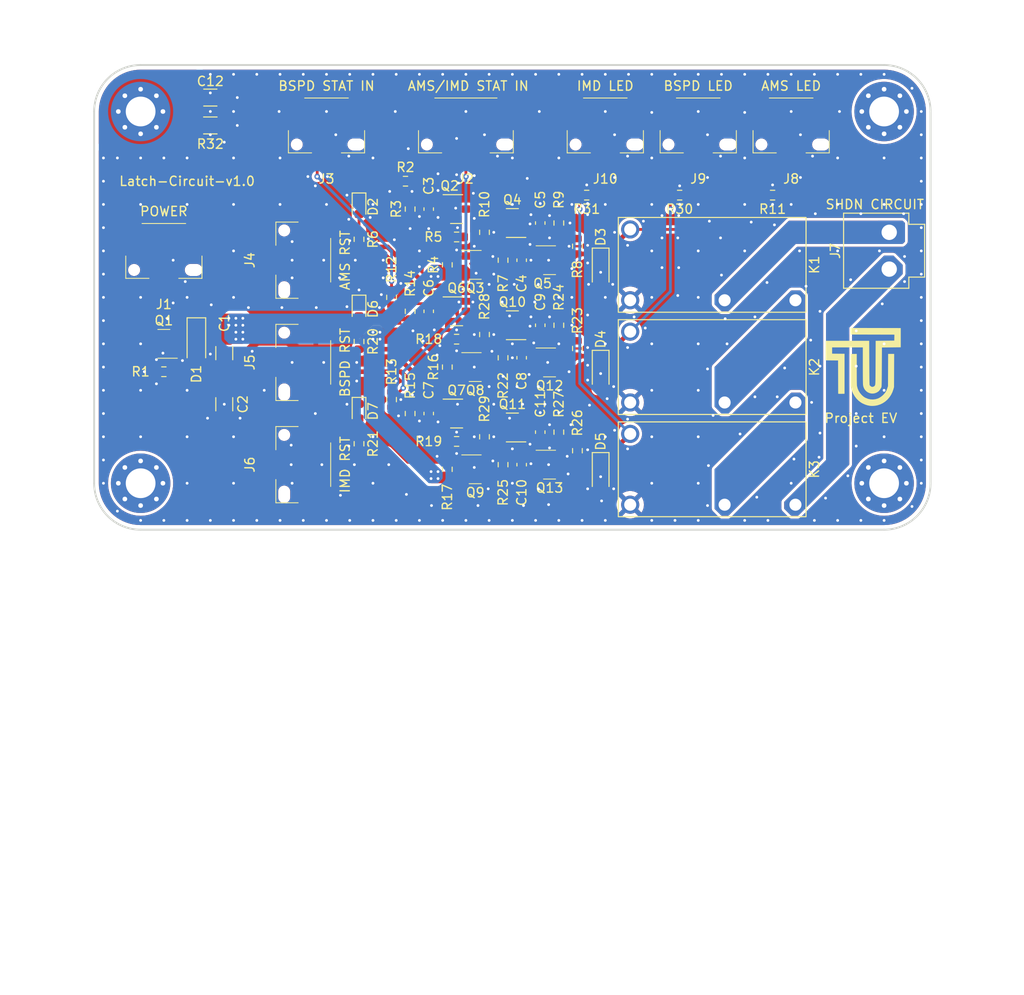
<source format=kicad_pcb>
(kicad_pcb (version 20221018) (generator pcbnew)
  (layers (0 "F.Cu" signal) (31 "B.Cu" signal) (34 "B.Paste" user) (35 "F.Paste" user) (36 "B.SilkS" user "B.Silkscreen") (37 "F.SilkS" user "F.Silkscreen") (38 "B.Mask" user) (39 "F.Mask" user) (44 "Edge.Cuts" user))
  (net 0 "")
  (net 1 "Net-(C1-Pad2)")
  (net 2 "GND")
  (net 3 "+12V")
  (net 4 "Net-(D6-A)")
  (net 5 "Net-(Q4-G)")
  (net 6 "Net-(Q7-G)")
  (net 7 "Net-(Q5-G)")
  (net 8 "Net-(Q10-G)")
  (net 9 "Net-(Q12-G)")
  (net 10 "/TO_BSPD_RST_SW")
  (net 11 "Net-(Q13-G)")
  (net 12 "/TO_IMD_RST_SW")
  (net 13 "Net-(Q9-G)")
  (net 14 "/TO_AMS_RST_SW")
  (net 15 "Net-(Q2-G)")
  (net 16 "Net-(C12-Pad1)")
  (net 17 "Net-(D1-A)")
  (net 18 "Net-(D2-A)")
  (net 19 "Net-(D7-A)")
  (net 20 "Net-(Q2-D)")
  (net 21 "/AMS_RELAY_DRIVE")
  (net 22 "/BSPD_RELAY_DRIVE")
  (net 23 "/IMD_RELAY_DRIVE")
  (net 27 "/BSPD_STATUS")
  (net 28 "/SHDN_IN")
  (net 29 "/SHDN_OUT")
  (net 30 "/AMS_STATUS")
  (net 31 "/IMD_STATUS")
  (net 32 "/GLV_IN")
  (net 33 "/AMS_LED_A")
  (net 34 "/BSPD_LED_A")
  (net 35 "/IMD_LED_A")
  (net 36 "Net-(K1-Pad3)")
  (net 37 "Net-(K2-Pad3)")
  (net 38 "Net-(Q3-G)")
  (net 39 "Net-(Q4-D)")
  (net 40 "Net-(Q6-D)")
  (net 41 "Net-(Q6-G)")
  (net 42 "Net-(Q7-D)")
  (net 43 "Net-(Q8-G)")
  (net 44 "Net-(Q10-D)")
  (net 45 "Net-(Q11-G)")
  (net 46 "Net-(Q11-D)")
  (footprint "Resistor_SMD:R_0603_1608Metric" (layer "F.Cu") (at 52 19.5 -90)
    (fp_text reference "R8")
    (fp_text value "100")
  )
  (footprint "ProjectEV:Relay_G5Q-1A4 DC12" (layer "F.Cu") (at 66.5 43.5)
    (fp_text reference "K3")
    (fp_text value "G5Q-1A4_DC12")
  )
  (footprint "Resistor_SMD:R_0603_1608Metric" (layer "F.Cu") (at 42 40 -90)
    (fp_text reference "R29")
    (fp_text value "100")
  )
  (footprint "ProjectEV:Package_SOT-23_DMP3098LQ-7" (layer "F.Cu") (at 7.5 30 90)
    (fp_text reference "Q1")
    (fp_text value "DMP3098LQ-7")
  )
  (footprint "Resistor_SMD:R_0603_1608Metric" (layer "F.Cu") (at 39 18.5)
    (fp_text reference "R5")
    (fp_text value "100")
  )
  (footprint "ProjectEV:Connector_BM02B-PASS-1-TF" (layer "F.Cu") (at 22.5 43 90)
    (fp_text reference "J6")
    (fp_text value "BM02B-PASS-1-TF")
  )
  (footprint "Resistor_SMD:R_0603_1608Metric" (layer "F.Cu") (at 39 29.5)
    (fp_text reference "R18")
    (fp_text value "100")
  )
  (footprint "ProjectEV:Connector_BM02B-PASS-1-TF" (layer "F.Cu") (at 55 6.5 180)
    (fp_text reference "J10")
    (fp_text value "BM02B-PASS-1-TF")
  )
  (footprint "Resistor_SMD:R_0603_1608Metric" (layer "F.Cu") (at 34 15.5 90)
    (fp_text reference "R3")
    (fp_text value "1M")
  )
  (footprint "MountingHole:MountingHole_3.2mm_M3_Pad_Via" (layer "F.Cu") (at 85 45)
    (fp_text reference "H4" hide)
    (fp_text value "M3")
  )
  (footprint "Resistor_SMD:R_0603_1608Metric" (layer "F.Cu") (at 28.5 29.75 -90)
    (fp_text reference "R20")
    (fp_text value "10k")
  )
  (footprint "ProjectEV:Connector_B2P-VH" (layer "F.Cu") (at 85.55 18 -90)
    (fp_text reference "J7")
    (fp_text value "B2P-VH")
  )
  (footprint "Resistor_SMD:R_0603_1608Metric" (layer "F.Cu") (at 52 30.5 -90)
    (fp_text reference "R23")
    (fp_text value "100")
  )
  (footprint "Resistor_SMD:R_0603_1608Metric" (layer "F.Cu") (at 34 26.5 90)
    (fp_text reference "R14")
    (fp_text value "1M")
  )
  (footprint "Resistor_SMD:R_0603_1608Metric" (layer "F.Cu") (at 50 28 -90)
    (fp_text reference "R24")
    (fp_text value "1M")
  )
  (footprint "Resistor_SMD:R_0603_1608Metric" (layer "F.Cu") (at 44 21 -90)
    (fp_text reference "R7")
    (fp_text value "1M")
  )
  (footprint "Capacitor_SMD:C_1206_3216Metric" (layer "F.Cu") (at 14 36.5 -90)
    (fp_text reference "C2")
    (fp_text value "22u")
  )
  (footprint "ProjectEV:D_SOD-123_1N4448W" (layer "F.Cu") (at 54.5 44 -90)
    (fp_text reference "D5")
    (fp_text value "1N4448WQ-7-F")
  )
  (footprint "Resistor_SMD:R_0603_1608Metric" (layer "F.Cu") (at 34 37.5 90)
    (fp_text reference "R15")
    (fp_text value "1M")
  )
  (footprint "ProjectEV:Package_SOT-23_PJA3439-AU_R1_000A1" (layer "F.Cu") (at 41 32.5 -90)
    (fp_text reference "Q8")
    (fp_text value "PJA3439-AU_R1_000A1")
  )
  (footprint "Resistor_SMD:R_0603_1608Metric" (layer "F.Cu") (at 53 14 180)
    (fp_text reference "R31")
    (fp_text value "0")
  )
  (footprint "Capacitor_SMD:C_0603_1608Metric" (layer "F.Cu") (at 48 39.5 90)
    (fp_text reference "C11")
    (fp_text value "0.01u")
  )
  (footprint "ProjectEV:Connector_BM02B-PASS-1-TF" (layer "F.Cu") (at 22.5 21 90)
    (fp_text reference "J4")
    (fp_text value "BM02B-PASS-1-TF")
  )
  (footprint "Resistor_SMD:R_0603_1608Metric" (layer "F.Cu") (at 38 21.5 -90)
    (fp_text reference "R4")
    (fp_text value "1M")
  )
  (footprint "ProjectEV:Connector_BM02B-PASS-1-TF" (layer "F.Cu") (at 7.5 20 180)
    (fp_text reference "J1")
    (fp_text value "BM02B-PASS-1-TF")
  )
  (footprint "Resistor_SMD:R_0603_1608Metric" (layer "F.Cu") (at 7.5 33)
    (fp_text reference "R1")
    (fp_text value "100k")
  )
  (footprint "ProjectEV:Package_SOT-23_PJA3439-AU_R1_000A1" (layer "F.Cu") (at 49 43 -90)
    (fp_text reference "Q13")
    (fp_text value "PJA3439-AU_R1_000A1")
  )
  (footprint "Capacitor_SMD:C_0603_1608Metric" (layer "F.Cu") (at 46 31.5 90)
    (fp_text reference "C8")
    (fp_text value "0.01u")
  )
  (footprint "ProjectEV:Connector_BM02B-PASS-1-TF" (layer "F.Cu") (at 65 6.5 180)
    (fp_text reference "J9")
    (fp_text value "BM02B-PASS-1-TF")
  )
  (footprint "Capacitor_SMD:C_0603_1608Metric" (layer "F.Cu") (at 46 43 90)
    (fp_text reference "C10")
    (fp_text value "0.01u")
  )
  (footprint "Resistor_SMD:R_0603_1608Metric" (layer "F.Cu") (at 52 41.5 -90)
    (fp_text reference "R26")
    (fp_text value "100")
  )
  (footprint "ProjectEV:Relay_G5Q-1A4 DC12" (layer "F.Cu") (at 66.5 32.5)
    (fp_text reference "K2")
    (fp_text value "G5Q-1A4_DC12")
  )
  (footprint "Capacitor_SMD:C_0603_1608Metric" (layer "F.Cu") (at 46 21 90)
    (fp_text reference "C4")
    (fp_text value "0.01u")
  )
  (footprint "ProjectEV:Package_SOT-23_2N7002K-AU" (layer "F.Cu") (at 39 26.5)
    (fp_text reference "Q6")
    (fp_text value "2N7002K-AU")
  )
  (footprint "Resistor_SMD:R_0603_1608Metric" (layer "F.Cu") (at 28.5 40.75 -90)
    (fp_text reference "R21")
    (fp_text value "10k")
  )
  (footprint "ProjectEV:Package_SOT-23_2N7002K-AU" (layer "F.Cu") (at 45 39 180)
    (fp_text reference "Q11")
    (fp_text value "2N7002K-AU")
  )
  (footprint "Resistor_SMD:R_0603_1608Metric" (layer "F.Cu") (at 28.5 18.75 -90)
    (fp_text reference "R6")
    (fp_text value "10k")
  )
  (footprint "Resistor_SMD:R_0603_1608Metric" (layer "F.Cu") (at 44 43 -90)
    (fp_text reference "R25")
    (fp_text value "1M")
  )
  (footprint "LED_SMD:LED_0603_1608Metric" (layer "F.Cu") (at 28.5 15.25 -90)
    (fp_text reference "D2")
    (fp_text value "LED")
  )
  (footprint "Capacitor_SMD:C_0603_1608Metric" (layer "F.Cu") (at 48 28 90)
    (fp_text reference "C9")
    (fp_text value "0.01u")
  )
  (footprint "Resistor_SMD:R_0603_1608Metric" (layer "F.Cu") (at 32 36 90)
    (fp_text reference "R13")
    (fp_text value "100")
  )
  (footprint "ProjectEV:D_SOD-123HE_PZ1AHxxxB-AU" (layer "F.Cu") (at 11 30 -90)
    (fp_text reference "D1")
    (fp_text value "PZ1AH11B-AU")
  )
  (footprint "ProjectEV:Package_SOT-23_2N7002K-AU" (layer "F.Cu") (at 45 17 180)
    (fp_text reference "Q4")
    (fp_text value "2N7002K-AU")
  )
  (footprint "Resistor_SMD:R_0603_1608Metric" (layer "F.Cu") (at 32 25 90)
    (fp_text reference "R12")
    (fp_text value "100")
  )
  (footprint "Resistor_SMD:R_0603_1608Metric" (layer "F.Cu") (at 39 40.5)
    (fp_text reference "R19")
    (fp_text value "100")
  )
  (footprint "ProjectEV:D_SOD-123_1N4448W" (layer "F.Cu") (at 54.5 22 -90)
    (fp_text reference "D3")
    (fp_text value "1N4448WQ-7-F")
  )
  (footprint "Capacitor_SMD:C_0603_1608Metric" (layer "F.Cu") (at 36 37.5 -90)
    (fp_text reference "C7")
    (fp_text value "0.01u")
  )
  (footprint "ProjectEV:Connector_BM03B-PASS-1-TF" (layer "F.Cu") (at 40 6.5 180)
    (fp_text reference "J2")
    (fp_text value "BM03B-PASS-1-TF")
  )
  (footprint "Resistor_SMD:R_0603_1608Metric" (layer "F.Cu") (at 33.5 12.5)
    (fp_text reference "R2")
    (fp_text value "100")
  )
  (footprint "ProjectEV:D_SOD-123_1N4448W" (layer "F.Cu") (at 54.5 33 -90)
    (fp_text reference "D4")
    (fp_text value "1N4448WQ-7-F")
  )
  (footprint "Resistor_SMD:R_0603_1608Metric" (layer "F.Cu") (at 50 39.5 -90)
    (fp_text reference "R27")
    (fp_text value "1M")
  )
  (footprint "ProjectEV:Package_SOT-23_2N7002K-AU" (layer "F.Cu") (at 39 37.5)
    (fp_text reference "Q7")
    (fp_text value "2N7002K-AU")
  )
  (footprint "Resistor_SMD:R_0603_1608Metric" (layer "F.Cu") (at 63 14 180)
    (fp_text reference "R30")
    (fp_text value "0")
  )
  (footprint "LED_SMD:LED_0603_1608Metric" (layer "F.Cu") (at 28.5 37.25 -90)
    (fp_text reference "D7")
    (fp_text value "LED")
  )
  (footprint "Resistor_SMD:R_0603_1608Metric" (layer "F.Cu") (at 38 32.5 -90)
    (fp_text reference "R16")
    (fp_text value "1M")
  )
  (footprint "Resistor_SMD:R_1206_3216Metric" (layer "F.Cu") (at 12.5 6.5 180)
    (fp_text reference "R32")
    (fp_text value "1M")
  )
  (footprint "ProjectEV:Package_SOT-23_PJA3439-AU_R1_000A1" (layer "F.Cu") (at 41 43.5 -90)
    (fp_text reference "Q9")
    (fp_text value "PJA3439-AU_R1_000A1")
  )
  (footprint "ProjectEV:Package_SOT-23_2N7002K-AU" (layer "F.Cu") (at 45 28 180)
    (fp_text reference "Q10")
    (fp_text value "2N7002K-AU")
  )
  (footprint "ProjectEV:Package_SOT-23_PJA3439-AU_R1_000A1" (layer "F.Cu") (at 41 21.5 -90)
    (fp_text reference "Q3")
    (fp_text value "PJA3439-AU_R1_000A1")
  )
  (footprint "ProjectEV:Connector_BM02B-PASS-1-TF" (layer "F.Cu") (at 22.5 32 90)
    (fp_text reference "J5")
    (fp_text value "BM02B-PASS-1-TF")
  )
  (footprint "Resistor_SMD:R_0603_1608Metric" (layer "F.Cu") (at 42 18 -90)
    (fp_text reference "R10")
    (fp_text value "100")
  )
  (footprint "Capacitor_SMD:C_0603_1608Metric" (layer "F.Cu") (at 36 26.5 -90)
    (fp_text reference "C6")
    (fp_text value "0.01u")
  )
  (footprint "Resistor_SMD:R_0603_1608Metric" (layer "F.Cu") (at 38 43.5 -90)
    (fp_text reference "R17")
    (fp_text value "1M")
  )
  (footprint "ProjectEV:Connector_BM02B-PASS-1-TF" (layer "F.Cu") (at 25 6.5 180)
    (fp_text reference "J3")
    (fp_text value "BM02B-PASS-1-TF")
  )
  (footprint "ProjectEV:Package_SOT-23_PJA3439-AU_R1_000A1" (layer "F.Cu") (at 49 32 -90)
    (fp_text reference "Q12")
    (fp_text value "PJA3439-AU_R1_000A1")
  )
  (footprint "Capacitor_SMD:C_0603_1608Metric" (layer "F.Cu") (at 48 17 90)
    (fp_text reference "C5")
    (fp_text value "0.01u")
  )
  (footprint "MountingHole:MountingHole_3.2mm_M3_Pad_Via" (layer "F.Cu") (at 5 5)
    (fp_text reference "H1" hide)
    (fp_text value "M3")
  )
  (footprint "Capacitor_SMD:C_1206_3216Metric" (layer "F.Cu") (at 14 31 -90)
    (fp_text reference "C1")
    (fp_text value "22u")
  )
  (footprint "Capacitor_SMD:C_0603_1608Metric" (layer "F.Cu") (at 36 15.5 -90)
    (fp_text reference "C3")
    (fp_text value "0.01u")
  )
  (footprint "Resistor_SMD:R_0603_1608Metric" (layer "F.Cu") (at 50 17 -90)
    (fp_text reference "R9")
    (fp_text value "1M")
  )
  (footprint "LED_SMD:LED_0603_1608Metric" (layer "F.Cu") (at 28.5 26.25 -90)
    (fp_text reference "D6")
    (fp_text value "LED")
  )
  (footprint "Resistor_SMD:R_0603_1608Metric" (layer "F.Cu") (at 42 29 -90)
    (fp_text reference "R28")
    (fp_text value "100")
  )
  (footprint "MountingHole:MountingHole_3.2mm_M3_Pad_Via" (layer "F.Cu") (at 5 45)
    (fp_text reference "H3" hide)
    (fp_text value "M3")
  )
  (footprint "Capacitor_SMD:C_1206_3216Metric" (layer "F.Cu") (at 12.5 3.5)
    (fp_text reference "C12")
    (fp_text value "1000p")
  )
  (footprint "ProjectEV:Package_SOT-23_PJA3439-AU_R1_000A1" (layer "F.Cu") (at 49 21 -90)
    (fp_text reference "Q5")
    (fp_text value "PJA3439-AU_R1_000A1")
  )
  (footprint "Resistor_SMD:R_0603_1608Metric" (layer "F.Cu") (at 44 31.5 -90)
    (fp_text reference "R22")
    (fp_text value "1M")
  )
  (footprint "ProjectEV:Relay_G5Q-1A4 DC12" (layer "F.Cu") (at 66.5 21.5)
    (fp_text reference "K1")
    (fp_text value "G5Q-1A4_DC12")
  )
  (footprint "ProjectEV:Connector_BM02B-PASS-1-TF" (layer "F.Cu") (at 75 6.5 180)
    (fp_text reference "J8")
    (fp_text value "BM02B-PASS-1-TF")
  )
  (footprint "ProjectEV:Logo_TUT_10x10mm" (layer "F.Cu") (at 82.5 32.5)
    (fp_text reference "G***" hide)
    (fp_text value "Logo_TUT_10x10mm" hide)
  )
  (footprint "MountingHole:MountingHole_3.2mm_M3_Pad_Via" (layer "F.Cu") (at 85 5)
    (fp_text reference "H2" hide)
    (fp_text value "M3")
  )
  (footprint "Resistor_SMD:R_0603_1608Metric" (layer "F.Cu") (at 73 14 180)
    (fp_text reference "R11")
    (fp_text value "0")
  )
  (footprint "ProjectEV:Package_SOT-23_2N7002K-AU" (layer "F.Cu") (at 39 15.5)
    (fp_text reference "Q2")
    (fp_text value "2N7002K-AU")
  )
  (gr_arc (start 85 0) (mid 88.535534 1.464466) (end 90 5) (stroke (width 0.2)) (layer "Edge.Cuts"))
  (gr_arc (start 90 45) (mid 88.535534 48.535534) (end 85 50) (stroke (width 0.2)) (layer "Edge.Cuts"))
  (gr_line (start 90 5) (end 90 45) (stroke (width 0.2)) (layer "Edge.Cuts"))
  (gr_arc (start 5 50) (mid 1.464466 48.535534) (end 0 45) (stroke (width 0.2)) (layer "Edge.Cuts"))
  (gr_line (start 85 50) (end 5 50) (stroke (width 0.2)) (layer "Edge.Cuts"))
  (gr_arc (start 0 5) (mid 1.464466 1.464466) (end 5 0) (stroke (width 0.2)) (layer "Edge.Cuts"))
  (gr_line (start 5 0) (end 85 0) (stroke (width 0.2)) (layer "Edge.Cuts"))
  (gr_line (start 0 45) (end 0 5) (stroke (width 0.2)) (layer "Edge.Cuts"))
  (gr_text "SHDN CIRCUIT" (at 84 15) (layer "F.SilkS") (effects (font (size 1 1))))
  (gr_text "Latch-Circuit-v1.0" (at 10 12.5) (layer "F.SilkS") (effects (font (size 1 1))))
  (gr_text "AMS RST" (at 27 21 90) (layer "F.SilkS") (effects (font (size 1 1))))
  (gr_text "AMS LED" (at 75 2.25) (layer "F.SilkS") (effects (font (size 1 1))))
  (gr_text "POWER" (at 7.5 15.75) (layer "F.SilkS") (effects (font (size 1 1))))
  (gr_text "Project EV" (at 82.5 38) (layer "F.SilkS") (effects (font (size 1 1))))
  (gr_text "BSPD STAT IN" (at 25 2.25) (layer "F.SilkS") (effects (font (size 1 1))))
  (gr_text "IMD RST" (at 27 43 90) (layer "F.SilkS") (effects (font (size 1 1))))
  (gr_text "BSPD RST" (at 27 32 90) (layer "F.SilkS") (effects (font (size 1 1))))
  (gr_text "IMD LED" (at 55 2.25) (layer "F.SilkS") (effects (font (size 1 1))))
  (gr_text "AMS/IMD STAT IN" (at 40.25 2.25) (layer "F.SilkS") (effects (font (size 1 1))))
  (gr_text "BSPD LED" (at 65 2.25) (layer "F.SilkS") (effects (font (size 1 1))))
  (via (at 7.9 27.3) (size 0.6) (drill 0.3) (layers "F.Cu" "B.Cu") (net 2))
  (via (at 62.8 18.6) (size 0.6) (drill 0.3) (layers "F.Cu" "B.Cu") (net 2))
  (via (at 1 25) (size 0.6) (drill 0.3) (layers "F.Cu" "B.Cu") (net 2))
  (via (at 48 37.4) (size 0.6) (drill 0.3) (layers "F.Cu" "B.Cu") (net 2))
  (via (at 49 38.7) (size 0.6) (drill 0.3) (layers "F.Cu" "B.Cu") (net 2))
  (via (at 61.1 16.2) (size 0.6) (drill 0.3) (layers "F.Cu" "B.Cu") (net 2))
  (via (at 75 45) (size 0.6) (drill 0.3) (layers "F.Cu" "B.Cu") (net 2))
  (via (at 43 18) (size 0.6) (drill 0.3) (layers "F.Cu" "B.Cu") (net 2))
  (via (at 39 11.8) (size 0.6) (drill 0.3) (layers "F.Cu" "B.Cu") (net 2))
  (via (at 89 27.5) (size 0.6) (drill 0.3) (layers "F.Cu" "B.Cu") (net 2))
  (via (at 55.9 34.6) (size 0.6) (drill 0.3) (layers "F.Cu" "B.Cu") (net 2))
  (via (at 32.4 5) (size 0.6) (drill 0.3) (layers "F.Cu" "B.Cu") (net 2))
  (via (at 44.7 27) (size 0.6) (drill 0.3) (layers "F.Cu" "B.Cu") (net 2))
  (via (at 1 27.5) (size 0.6) (drill 0.3) (layers "F.Cu" "B.Cu") (net 2))
  (via (at 57.5 1) (size 0.6) (drill 0.3) (layers "F.Cu" "B.Cu") (net 2))
  (via (at 75 15) (size 0.6) (drill 0.3) (layers "F.Cu" "B.Cu") (net 2))
  (via (at 50 10) (size 0.6) (drill 0.3) (layers "F.Cu" "B.Cu") (net 2))
  (via (at 57.4 19.4) (size 0.6) (drill 0.3) (layers "F.Cu" "B.Cu") (net 2))
  (via (at 33 23.5) (size 0.6) (drill 0.3) (layers "F.Cu" "B.Cu") (net 2))
  (via (at 63 13) (size 0.6) (drill 0.3) (layers "F.Cu" "B.Cu") (net 2))
  (via (at 27.2 36.5) (size 0.6) (drill 0.3) (layers "F.Cu" "B.Cu") (net 2))
  (via (at 89 25) (size 0.6) (drill 0.3) (layers "F.Cu" "B.Cu") (net 2))
  (via (at 75.9 20) (size 0.6) (drill 0.3) (layers "F.Cu" "B.Cu") (net 2))
  (via (at 21.3 32) (size 0.6) (drill 0.3) (layers "F.Cu" "B.Cu") (net 2))
  (via (at 78.1 26.5) (size 0.6) (drill 0.3) (layers "F.Cu" "B.Cu") (net 2))
  (via (at 84.8 25.7) (size 0.6) (drill 0.3) (layers "F.Cu" "B.Cu") (net 2))
  (via (at 51.4 15) (size 0.6) (drill 0.3) (layers "F.Cu" "B.Cu") (net 2))
  (via (at 70.7 16.9) (size 0.6) (drill 0.3) (layers "F.Cu" "B.Cu") (net 2))
  (via (at 40 49) (size 0.6) (drill 0.3) (layers "F.Cu" "B.Cu") (net 2))
  (via (at 15 15) (size 0.6) (drill 0.3) (layers "F.Cu" "B.Cu") (net 2))
  (via (at 1 37.5) (size 0.6) (drill 0.3) (layers "F.Cu" "B.Cu") (net 2))
  (via (at 88 2.5) (size 0.6) (drill 0.3) (layers "F.Cu" "B.Cu") (net 2))
  (via (at 53.1 32.3) (size 0.6) (drill 0.3) (layers "F.Cu" "B.Cu") (net 2))
  (via (at 75 5) (size 0.6) (drill 0.3) (layers "F.Cu" "B.Cu") (net 2))
  (via (at 80 49) (size 0.6) (drill 0.3) (layers "F.Cu" "B.Cu") (net 2))
  (via (at 24.7 32) (size 0.6) (drill 0.3) (layers "F.Cu" "B.Cu") (net 2))
  (via (at 46.8 33.3) (size 0.6) (drill 0.3) (layers "F.Cu" "B.Cu") (net 2))
  (via (at 30.9 24.7) (size 0.6) (drill 0.3) (layers "F.Cu" "B.Cu") (net 2))
  (via (at 39.1 36.5) (size 0.6) (drill 0.3) (layers "F.Cu" "B.Cu") (net 2))
  (via (at 56 12.1) (size 0.6) (drill 0.3) (layers "F.Cu" "B.Cu") (net 2))
  (via (at 29.7 16.4) (size 0.6) (drill 0.3) (layers "F.Cu" "B.Cu") (net 2))
  (via (at 32 32) (size 0.6) (drill 0.3) (layers "F.Cu" "B.Cu") (net 2))
  (via (at 70 20) (size 0.6) (drill 0.3) (layers "F.Cu" "B.Cu") (net 2))
  (via (at 25 1) (size 0.6) (drill 0.3) (layers "F.Cu" "B.Cu") (net 2))
  (via (at 5 40) (size 0.6) (drill 0.3) (layers "F.Cu" "B.Cu") (net 2))
  (via (at 6.7 34.3) (size 0.6) (drill 0.3) (layers "F.Cu" "B.Cu") (net 2))
  (via (at 55 49) (size 0.6) (drill 0.3) (layers "F.Cu" "B.Cu") (net 2))
  (via (at 8.5 25.6) (size 0.6) (drill 0.3) (layers "F.Cu" "B.Cu") (net 2))
  (via (at 66 7.5) (size 0.6) (drill 0.3) (layers "F.Cu" "B.Cu") (net 2))
  (via (at 15 49) (size 0.6) (drill 0.3) (layers "F.Cu" "B.Cu") (net 2))
  (via (at 15.4 3.5) (size 0.6) (drill 0.3) (layers "F.Cu" "B.Cu") (net 2))
  (via (at 51.1 33) (size 0.6) (drill 0.3) (layers "F.Cu" "B.Cu") (net 2))
  (via (at 72.5 49) (size 0.6) (drill 0.3) (layers "F.Cu" "B.Cu") (net 2))
  (via (at 67.5 1) (size 0.6) (drill 0.3) (layers "F.Cu" "B.Cu") (net 2))
  (via (at 82.5 1) (size 0.6) (drill 0.3) (layers "F.Cu" "B.Cu") (net 2))
  (via (at 54.5 44.3) (size 0.6) (drill 0.3) (layers "F.Cu" "B.Cu") (net 2))
  (via (at 65 15) (size 0.6) (drill 0.3) (layers "F.Cu" "B.Cu") (net 2))
  (via (at 22.5 49) (size 0.6) (drill 0.3) (layers "F.Cu" "B.Cu") (net 2))
  (via (at 43 36.5) (size 0.6) (drill 0.3) (layers "F.Cu" "B.Cu") (net 2))
  (via (at 53.1 14.9) (size 0.6) (drill 0.3) (layers "F.Cu" "B.Cu") (net 2))
  (via (at 80 15) (size 0.6) (drill 0.3) (layers "F.Cu" "B.Cu") (net 2))
  (via (at 67.4 18.6) (size 0.6) (drill 0.3) (layers "F.Cu" "B.Cu") (net 2))
  (via (at 30 15) (size 0.6) (drill 0.3) (layers "F.Cu" "B.Cu") (net 2))
  (via (at 82 28.6) (size 0.6) (drill 0.3) (layers "F.Cu" "B.Cu") (net 2))
  (via (at 39 30.75) (size 0.6) (drill 0.3) (layers "F.Cu" "B.Cu") (net 2))
  (via (at 45 49) (size 0.6) (drill 0.3) (layers "F.Cu" "B.Cu") (net 2))
  (via (at 43 29) (size 0.6) (drill 0.3) (layers "F.Cu" "B.Cu") (net 2))
  (via (at 42.8 30.8) (size 0.6) (drill 0.3) (layers "F.Cu" "B.Cu") (net 2))
  (via (at 29.5 18.7) (size 0.6) (drill 0.3) (layers "F.Cu" "B.Cu") (net 2))
  (via (at 82.5 16) (size 0.6) (drill 0.3) (layers "F.Cu" "B.Cu") (net 2))
  (via (at 14 36.5) (size 0.6) (drill 0.3) (layers "F.Cu" "B.Cu") (net 2))
  (via (at 10 10) (size 0.6) (drill 0.3) (layers "F.Cu" "B.Cu") (net 2))
  (via (at 12.5 49) (size 0.6) (drill 0.3) (layers "F.Cu" "B.Cu") (net 2))
  (via (at 40.9 29) (size 0.6) (drill 0.3) (layers "F.Cu" "B.Cu") (net 2))
  (via (at 42.4 45.6) (size 0.6) (drill 0.3) (layers "F.Cu" "B.Cu") (net 2))
  (via (at 89 37.5) (size 0.6) (drill 0.3) (layers "F.Cu" "B.Cu") (net 2))
  (via (at 44.7 38) (size 0.6) (drill 0.3) (layers "F.Cu" "B.Cu") (net 2))
  (via (at 1 15) (size 0.6) (drill 0.3) (layers "F.Cu" "B.Cu") (net 2))
  (via (at 27.2 26) (size 0.6) (drill 0.3) (layers "F.Cu" "B.Cu") (net 2))
  (via (at 85 35) (size 0.6) (drill 0.3) (layers "F.Cu" "B.Cu") (net 2))
  (via (at 32.5 34) (size 0.6) (drill 0.3) (layers "F.Cu" "B.Cu") (net 2))
  (via (at 73 12.9) (size 0.6) (drill 0.3) (layers "F.Cu" "B.Cu") (net 2))
  (via (at 81.1 44.2) (size 0.6) (drill 0.3) (layers "F.Cu" "B.Cu") (net 2))
  (via (at 60 35) (size 0.6) (drill 0.3) (layers "F.Cu" "B.Cu") (net 2))
  (via (at 25 5) (size 0.6) (drill 0.3) (layers "F.Cu" "B.Cu") (net 2))
  (via (at 43.9 25.5) (size 0.6) (drill 0.3) (layers "F.Cu" "B.Cu") (net 2))
  (via (at 46.9 28.1) (size 0.6) (drill 0.3) (layers "F.Cu" "B.Cu") (net 2))
  (via (at 57.4 41.3) (size 0.6) (drill 0.3) (layers "F.Cu" "B.Cu") (net 2))
  (via (at 1 10) (size 0.6) (drill 0.3) (layers "F.Cu" "B.Cu") (net 2))
  (via (at 47 42.9) (size 0.6) (drill 0.3) (layers "F.Cu" "B.Cu") (net 2))
  (via (at 89 12.5) (size 0.6) (drill 0.3) (layers "F.Cu" "B.Cu") (net 2))
  (via (at 71.1 27.1) (size 0.6) (drill 0.3) (layers "F.Cu" "B.Cu") (net 2))
  (via (at 47.3 29.9) (size 0.6) (drill 0.3) (layers "F.Cu" "B.Cu") (net 2))
  (via (at 39 41.8) (size 0.6) (drill 0.3) (layers "F.Cu" "B.Cu") (net 2))
  (via (at 33.8 9) (size 0.6) (drill 0.3) (layers "F.Cu" "B.Cu") (net 2))
  (via (at 34 17.6) (size 0.6) (drill 0.3) (layers "F.Cu" "B.Cu") (net 2))
  (via (at 77.1 29.6) (size 0.6) (drill 0.3) (layers "F.Cu" "B.Cu") (net 2))
  (via (at 89 40) (size 0.6) (drill 0.3) (layers "F.Cu" "B.Cu") (net 2))
  (via (at 17.5 1) (size 0.6) (drill 0.3) (layers "F.Cu" "B.Cu") (net 2))
  (via (at 46.9 17.1) (size 0.6) (drill 0.3) (layers "F.Cu" "B.Cu") (net 2))
  (via (at 89 45) (size 0.6) (drill 0.3) (layers "F.Cu" "B.Cu") (net 2))
  (via (at 45 45) (size 0.6) (drill 0.3) (layers "F.Cu" "B.Cu") (net 2))
  (via (at 68.1 30) (size 0.6) (drill 0.3) (layers "F.Cu" "B.Cu") (net 2))
  (via (at 15 40) (size 0.6) (drill 0.3) (layers "F.Cu" "B.Cu") (net 2))
  (via (at 48.9 47.3) (size 0.6) (drill 0.3) (layers "F.Cu" "B.Cu") (net 2))
  (via (at 87.2 20.6) (size 0.6) (drill 0.3) (layers "F.Cu" "B.Cu") (net 2))
  (via (at 45 1) (size 0.6) (drill 0.3) (layers "F.Cu" "B.Cu") (net 2))
  (via (at 8.5 21) (size 0.6) (drill 0.3) (layers "F.Cu" "B.Cu") (net 2))
  (via (at 35 21.7) (size 0.6) (drill 0.3) (layers "F.Cu" "B.Cu") (net 2))
  (via (at 54.5 33.2) (size 0.6) (drill 0.3) (layers "F.Cu" "B.Cu") (net 2))
  (via (at 51.4 25) (size 0.6) (drill 0.3) (layers "F.Cu" "B.Cu") (net 2))
  (via (at 10 45) (size 0.6) (drill 0.3) (layers "F.Cu" "B.Cu") (net 2))
  (via (at 85 30) (size 0.6) (drill 0.3) (layers "F.Cu" "B.Cu") (net 2))
  (via (at 65 20) (size 0.6) (drill 0.3) (layers "F.Cu" "B.Cu") (net 2))
  (via (at 15 45) (size 0.6) (drill 0.3) (layers "F.Cu" "B.Cu") (net 2))
  (via (at 62.8 24.8) (size 0.6) (drill 0.3) (layers "F.Cu" "B.Cu") (net 2))
  (via (at 55 25) (size 0.6) (drill 0.3) (layers "F.Cu" "B.Cu") (net 2))
  (via (at 48.9 21) (size 0.6) (drill 0.3) (layers "F.Cu" "B.Cu") (net 2))
  (via (at 37.2 30.2) (size 0.6) (drill 0.3) (layers "F.Cu" "B.Cu") (net 2))
  (via (at 41.1 22.4) (size 0.6) (drill 0.3) (layers "F.Cu" "B.Cu") (net 2))
  (via (at 65 40) (size 0.6) (drill 0.3) (layers "F.Cu" "B.Cu") (net 2))
  (via (at 77.3 9.8) (size 0.6) (drill 0.3) (layers "F.Cu" "B.Cu") (net 2))
  (via (at 66.1 43.1) (size 0.6) (drill 0.3) (layers "F.Cu" "B.Cu") (net 2))
  (via (at 45 30) (size 0.6) (drill 0.3) (layers "F.Cu" "B.Cu") (net 2))
  (via (at 25 15) (size 0.6) (drill 0.3) (layers "F.Cu" "B.Cu") (net 2))
  (via (at 20 10) (size 0.6) (drill 0.3) (layers "F.Cu" "B.Cu") (net 2))
  (via (at 37 13.5) (size 0.6) (drill 0.3) (layers "F.Cu" "B.Cu") (net 2))
  (via (at 27.4 16.6) (size 0.6) (drill 0.3) (layers "F.Cu" "B.Cu") (net 2))
  (via (at 50 1) (size 0.6) (drill 0.3) (layers "F.Cu" "B.Cu") (net 2))
  (via (at 43.4 9.8) (size 0.6) (drill 0.3) (layers "F.Cu" "B.Cu") (net 2))
  (via (at 27.5 18.9) (size 0.6) (drill 0.3) (layers "F.Cu" "B.Cu") (net 2))
  (via (at 37.5 49) (size 0.6) (drill 0.3) (layers "F.Cu" "B.Cu") (net 2))
  (via (at 2.5 10) (size 0.6) (drill 0.3) (layers "F.Cu" "B.Cu") (net 2))
  (via (at 37 38.4) (size 0.6) (drill 0.3) (layers "F.Cu" "B.Cu") (net 2))
  (via (at 16.6 26.1) (size 0.6) (drill 0.3) (layers "F.Cu" "B.Cu") (net 2))
  (via (at 27.5 49) (size 0.6) (drill 0.3) (layers "F.Cu" "B.Cu") (net 2))
  (via (at 28 43) (size 0.6) (drill 0.3) (layers "F.Cu" "B.Cu") (net 2))
  (via (at 31.1 21) (size 0.6) (drill 0.3) (layers "F.Cu" "B.Cu") (net 2))
  (via (at 1 30) (size 0.6) (drill 0.3) (layers "F.Cu" "B.Cu") (net 2))
  (via (at 1 42.5) (size 0.6) (drill 0.3) (layers "F.Cu" "B.Cu") (net 2))
  (via (at 45.5 34.6) (size 0.6) (drill 0.3) (layers "F.Cu" "B.Cu") (net 2))
  (via (at 1 35) (size 0.6) (drill 0.3) (layers "F.Cu" "B.Cu") (net 2))
  (via (at 89 32.5) (size 0.6) (drill 0.3) (layers "F.Cu" "B.Cu") (net 2))
  (via (at 77.5 49) (size 0.6) (drill 0.3) (layers "F.Cu" "B.Cu") (net 2))
  (via (at 36.3 47.4) (size 0.6) (drill 0.3) (layers "F.Cu" "B.Cu") (net 2))
  (via (at 65 49) (size 0.6) (drill 0.3) (layers "F.Cu" "B.Cu") (net 2))
  (via (at 65 45) (size 0.6) (drill 0.3) (layers "F.Cu" "B.Cu") (net 2))
  (via (at 20.2 26.1) (size 0.6) (drill 0.3) (layers "F.Cu" "B.Cu") (net 2))
  (via (at 77.2 36.3) (size 0.6) (drill 0.3) (layers "F.Cu" "B.Cu") (net 2))
  (via (at 21.3 21) (size 0.6) (drill 0.3) (layers "F.Cu" "B.Cu") (net 2))
  (via (at 47 27.1) (size 0.6) (drill 0.3) (layers "F.Cu" "B.Cu") (net 2))
  (via (at 53.1 26.9) (size 0.6) (drill 0.3) (layers "F.Cu" "B.Cu") (net 2))
  (via (at 7.4 31) (size 0.6) (drill 0.3) (layers "F.Cu" "B.Cu") (net 2))
  (via (at 57.4 38.1) (size 0.6) (drill 0.3) (layers "F.Cu" "B.Cu") (net 2))
  (via (at 28.25 34) (size 0.6) (drill 0.3) (layers "F.Cu" "B.Cu") (net 2))
  (via (at 89 30) (size 0.6) (drill 0.3) (layers "F.Cu" "B.Cu") (net 2))
  (via (at 42.5 34.6) (size 0.6) (drill 0.3) (layers "F.Cu" "B.Cu") (net 2))
  (via (at 30 45) (size 0.6) (drill 0.3) (layers "F.Cu" "B.Cu") (net 2))
  (via (at 32.3 18.8) (size 0.6) (drill 0.3) (layers "F.Cu" "B.Cu") (net 2))
  (via (at 50 37.4) (size 0.6) (drill 0.3) (layers "F.Cu" "B.Cu") (net 2))
  (via (at 60 30) (size 0.6) (drill 0.3) (layers "F.Cu" "B.Cu") (net 2))
  (via (at 35 16.3) (size 0.6) (drill 0.3) (layers "F.Cu" "B.Cu") (net 2))
  (via (at 62.5 1) (size 0.6) (drill 0.3) (layers "F.Cu" "B.Cu") (net 2))
  (via (at 77.6 16) (size 0.6) (drill 0.3) (layers "F.Cu" "B.Cu") (net 2))
  (via (at 84.5 20) (size 0.6) (drill 0.3) (layers "F.Cu" "B.Cu") (net 2))
  (via (at 37 16.4) (size 0.6) (drill 0.3) (layers "F.Cu" "B.Cu") (net 2))
  (via (at 61.1 18.6) (size 0.6) (drill 0.3) (layers "F.Cu" "B.Cu") (net 2))
  (via (at 40.9 43.3) (size 0.6) (drill 0.3) (layers "F.Cu" "B.Cu") (net 2))
  (via (at 58.1 27.1) (size 0.6) (drill 0.3) (layers "F.Cu" "B.Cu") (net 2))
  (via (at 66 12.1) (size 0.6) (drill 0.3) (layers "F.Cu" "B.Cu") (net 2))
  (via (at 40.9 16.5) (size 0.6) (drill 0.3) (layers "F.Cu" "B.Cu") (net 2))
  (via (at 20 1) (size 0.6) (drill 0.3) (layers "F.Cu" "B.Cu") (net 2))
  (via (at 81.4 23.1) (size 0.6) (drill 0.3) (layers "F.Cu" "B.Cu") (net 2))
  (via (at 57.4 30.4) (size 0.6) (drill 0.3) (layers "F.Cu" "B.Cu") (net 2))
  (via (at 30 40) (size 0.6) (drill 0.3) (layers "F.Cu" "B.Cu") (net 2))
  (via (at 36.9 42.1) (size 0.6) (drill 0.3) (layers "F.Cu" "B.Cu") (net 2))
  (via (at 89 35) (size 0.6) (drill 0.3) (layers "F.Cu" "B.Cu") (net 2))
  (via (at 19.9 5) (size 0.6) (drill 0.3) (layers "F.Cu" "B.Cu") (net 2))
  (via (at 1 32.5) (size 0.6) (drill 0.3) (layers "F.Cu" "B.Cu") (net 2))
  (via (at 35 40) (size 0.6) (drill 0.3) (layers "F.Cu" "B.Cu") (net 2))
  (via (at 12.2 38) (size 0.6) (drill 0.3) (layers "F.Cu" "B.Cu") (net 2))
  (via (at 55.2 35.9) (size 0.6) (drill 0.3) (layers "F.Cu" "B.Cu") (net 2))
  (via (at 48.5 36.5) (size 0.6) (drill 0.3) (layers "F.Cu" "B.Cu") (net 2))
  (via (at 24.7 21) (size 0.6) (drill 0.3) (layers "F.Cu" "B.Cu") (net 2))
  (via (at 47.5 49) (size 0.6) (drill 0.3) (layers "F.Cu" "B.Cu") (net 2))
  (via (at 73.2 17.2) (size 0.6) (drill 0.3) (layers "F.Cu" "B.Cu") (net 2))
  (via (at 27.4 9.8) (size 0.6) (drill 0.3) (layers "F.Cu" "B.Cu") (net 2))
  (via (at 89 5) (size 0.6) (drill 0.3) (layers "F.Cu" "B.Cu") (net 2))
  (via (at 5 49) (size 0.6) (drill 0.3) (layers "F.Cu" "B.Cu") (net 2))
  (via (at 5.4 33) (size 0.6) (drill 0.3) (layers "F.Cu" "B.Cu") (net 2))
  (via (at 28.5 24.2) (size 0.6) (drill 0.3) (layers "F.Cu" "B.Cu") (net 2))
  (via (at 9.5 31.8) (size 0.6) (drill 0.3) (layers "F.Cu" "B.Cu") (net 2))
  (via (at 32.5 49) (size 0.6) (drill 0.3) (layers "F.Cu" "B.Cu") (net 2))
  (via (at 70 5.1) (size 0.6) (drill 0.3) (layers "F.Cu" "B.Cu") (net 2))
  (via (at 67.5 22.6) (size 0.6) (drill 0.3) (layers "F.Cu" "B.Cu") (net 2))
  (via (at 55 1) (size 0.6) (drill 0.3) (layers "F.Cu" "B.Cu") (net 2))
  (via (at 48 14.9) (size 0.6) (drill 0.3) (layers "F.Cu" "B.Cu") (net 2))
  (via (at 46.2 47.4) (size 0.6) (drill 0.3) (layers "F.Cu" "B.Cu") (net 2))
  (via (at 76 12.1) (size 0.6) (drill 0.3) (layers "F.Cu" "B.Cu") (net 2))
  (via (at 26.5 46.3) (size 0.6) (drill 0.3) (layers "F.Cu" "B.Cu") (net 2))
  (via (at 53 12.9) (size 0.6) (drill 0.3) (layers "F.Cu" "B.Cu") (net 2))
  (via (at 82.5 49) (size 0.6) (drill 0.3) (layers "F.Cu" "B.Cu") (net 2))
  (via (at 24.5 43) (size 0.6) (drill 0.3) (layers "F.Cu" "B.Cu") (net 2))
  (via (at 62.9 16.2) (size 0.6) (drill 0.3) (layers "F.Cu" "B.Cu") (net 2))
  (via (at 72.5 1) (size 0.6) (drill 0.3) (layers "F.Cu" "B.Cu") (net 2))
  (via (at 32.5 1) (size 0.6) (drill 0.3) (layers "F.Cu" "B.Cu") (net 2))
  (via (at 44 33.5) (size 0.6) (drill 0.3) (layers "F.Cu" "B.Cu") (net 2))
  (via (at 31.8 13.6) (size 0.6) (drill 0.3) (layers "F.Cu" "B.Cu") (net 2))
  (via (at 40 1) (size 0.6) (drill 0.3) (layers "F.Cu" "B.Cu") (net 2))
  (via (at 89 20) (size 0.6) (drill 0.3) (layers "F.Cu" "B.Cu") (net 2))
  (via (at 7.5 10) (size 0.6) (drill 0.3) (layers "F.Cu" "B.Cu") (net 2))
  (via (at 82 37.5) (size 0.6) (drill 0.3) (layers "F.Cu" "B.Cu") (net 2))
  (via (at 72.4 23.4) (size 0.6) (drill 0.3) (layers "F.Cu" "B.Cu") (net 2))
  (via (at 50 49) (size 0.6) (drill 0.3) (layers "F.Cu" "B.Cu") (net 2))
  (via (at 1 22.5) (size 0.6) (drill 0.3) (layers "F.Cu" "B.Cu") (net 2))
  (via (at 26 7.5) (size 0.6) (drill 0.3) (layers "F.Cu" "B.Cu") (net 2))
  (via (at 65 1) (size 0.6) (drill 0.3) (layers "F.Cu" "B.Cu") (net 2))
  (via (at 20 49) (size 0.6) (drill 0.3) (layers "F.Cu" "B.Cu") (net 2))
  (via (at 35.4 29.7) (size 0.6) (drill 0.3) (layers "F.Cu" "B.Cu") (net 2))
  (via (at 63 15) (size 0.6) (drill 0.3) (layers "F.Cu" "B.Cu") (net 2))
  (via (at 41.3 47.4) (size 0.6) (drill 0.3) (layers "F.Cu" "B.Cu") (net 2))
  (via (at 57.4 9.8) (size 0.6) (drill 0.3) (layers "F.Cu" "B.Cu") (net 2))
  (via (at 25.1 12) (size 0.6) (drill 0.3) (layers "F.Cu" "B.Cu") (net 2))
  (via (at 35 49) (size 0.6) (drill 0.3) (layers "F.Cu" "B.Cu") (net 2))
  (via (at 21.3 45) (size 0.6) (drill 0.3) (layers "F.Cu" "B.Cu") (net 2))
  (via (at 50 15) (size 0.6) (drill 0.3) (layers "F.Cu" "B.Cu") (net 2))
  (via (at 53.1 33.9) (size 0.6) (drill 0.3) (layers "F.Cu" "B.Cu") (net 2))
  (via (at 42 7.5) (size 0.6) (drill 0.3) (layers "F.Cu" "B.Cu") (net 2))
  (via (at 55.8 23.6) (size 0.6) (drill 0.3) (layers "F.Cu" "B.Cu") (net 2))
  (via (at 60 10) (size 0.6) (drill 0.3) (layers "F.Cu" "B.Cu") (net 2))
  (via (at 70 15) (size 0.6) (drill 0.3) (layers "F.Cu" "B.Cu") (net 2))
  (via (at 15 1) (size 0.6) (drill 0.3) (layers "F.Cu" "B.Cu") (net 2))
  (via (at 55.9 45.6) (size 0.6) (drill 0.3) (layers "F.Cu" "B.Cu") (net 2))
  (via (at 47.8 23.6) (size 0.6) (drill 0.3) (layers "F.Cu" "B.Cu") (net 2))
  (via (at 5 15) (size 0.6) (drill 0.3) (layers "F.Cu" "B.Cu") (net 2))
  (via (at 65 25) (size 0.6) (drill 0.3) (layers "F.Cu" "B.Cu") (net 2))
  (via (at 40.9 19.5) (size 0.6) (drill 0.3) (layers "F.Cu" "B.Cu") (net 2))
  (via (at 82 41) (size 0.6) (drill 0.3) (layers "F.Cu" "B.Cu") (net 2))
  (via (at 56 7.5) (size 0.6) (drill 0.3) (layers "F.Cu" "B.Cu") (net 2))
  (via (at 48.8 32) (size 0.6) (drill 0.3) (layers "F.Cu" "B.Cu") (net 2))
  (via (at 45 31.5) (size 0.6) (drill 0.3) (layers "F.Cu" "B.Cu") (net 2))
  (via (at 15 25) (size 0.6) (drill 0.3) (layers "F.Cu" "B.Cu") (net 2))
  (via (at 51.2 17) (size 0.6) (drill 0.3) (layers "F.Cu" "B.Cu") (net 2))
  (via (at 27.5 1) (size 0.6) (drill 0.3) (layers "F.Cu" "B.Cu") (net 2))
  (via (at 80 10) (size 0.6) (drill 0.3) (layers "F.Cu" "B.Cu") (net 2))
  (via (at 42.5 49) (size 0.6) (drill 0.3) (layers "F.Cu" "B.Cu") (net 2))
  (via (at 47.8 45.6) (size 0.6) (drill 0.3) (layers "F.Cu" "B.Cu") (net 2))
  (via (at 60 1) (size 0.6) (drill 0.3) (layers "F.Cu" "B.Cu") (net 2))
  (via (at 66.6 37.7) (size 0.6) (drill 0.3) (layers "F.Cu" "B.Cu") (net 2))
  (via (at 80.2 5) (size 0.6) (drill 0.3) (layers "F.Cu" "B.Cu") (net 2))
  (via (at 10 49) (size 0.6) (drill 0.3) (layers "F.Cu" "B.Cu") (net 2))
  (via (at 60 15) (size 0.6) (drill 0.3) (layers "F.Cu" "B.Cu") (net 2))
  (via (at 60 20) (size 0.6) (drill 0.3) (layers "F.Cu" "B.Cu") (net 2))
  (via (at 12.5 1) (size 0.6) (drill 0.3) (layers "F.Cu" "B.Cu") (net 2))
  (via (at 40.9 11.9) (size 0.6) (drill 0.3) (layers "F.Cu" "B.Cu") (net 2))
  (via (at 88 47.5) (size 0.6) (drill 0.3) (layers "F.Cu" "B.Cu") (net 2))
  (via (at 89 7.5) (size 0.6) (drill 0.3) (layers "F.Cu" "B.Cu") (net 2))
  (via (at 5 10) (size 0.6) (drill 0.3) (layers "F.Cu" "B.Cu") (net 2))
  (via (at 85 1) (size 0.6) (drill 0.3) (layers "F.Cu" "B.Cu") (net 2))
  (via (at 61.1 21.8) (size 0.6) (drill 0.3) (layers "F.Cu" "B.Cu") (net 2))
  (via (at 17 30.8) (size 0.6) (drill 0.3) (layers "F.Cu" "B.Cu") (net 2))
  (via (at 15 20) (size 0.6) (drill 0.3) (layers "F.Cu" "B.Cu") (net 2))
  (via (at 12.6 25.8) (size 0.6) (drill 0.3) (layers "F.Cu" "B.Cu") (net 2))
  (via (at 35 20) (size 0.6) (drill 0.3) (layers "F.Cu" "B.Cu") (net 2))
  (via (at 12.5 3) (size 0.6) (drill 0.3) (layers "F.Cu" "B.Cu") (net 2))
  (via (at 70 49) (size 0.6) (drill 0.3) (layers "F.Cu" "B.Cu") (net 2))
  (via (at 39 19.9) (size 0.6) (drill 0.3) (layers "F.Cu" "B.Cu") (net 2))
  (via (at 71.1 35.7) (size 0.6) (drill 0.3) (layers "F.Cu" "B.Cu") (net 2))
  (via (at 43 22.5) (size 0.6) (drill 0.3) (layers "F.Cu" "B.Cu") (net 2))
  (via (at 27.4 41) (size 0.6) (drill 0.3) (layers "F.Cu" "B.Cu") (net 2))
  (via (at 66 32.7) (size 0.6) (drill 0.3) (layers "F.Cu" "B.Cu") (net 2))
  (via (at 55 5) (size 0.6) (drill 0.3) (layers "F.Cu" "B.Cu") (net 2))
  (via (at 34.25 35.5) (size 0.6) (drill 0.3) (layers "F.Cu" "B.Cu") (net 2))
  (via (at 38.9 15.4) (size 0.6) (drill 0.3) (layers "F.Cu" "B.Cu") (net 2))
  (via (at 34.2 13.6) (size 0.6) (drill 0.3) (layers "F.Cu" "B.Cu") (net 2))
  (via (at 15 5) (size 0.6) (drill 0.3) (layers "F.Cu" "B.Cu") (net 2))
  (via (at 85 49) (size 0.6) (drill 0.3) (layers "F.Cu" "B.Cu") (net 2))
  (via (at 53.2 23.6) (size 0.6) (drill 0.3) (layers "F.Cu" "B.Cu") (net 2))
  (via (at 26.4 22.9) (size 0.6) (drill 0.3) (layers "F.Cu" "B.Cu") (net 2))
  (via (at 10 25) (size 0.6) (drill 0.3) (layers "F.Cu" "B.Cu") (net 2))
  (via (at 42.9 20.6) (size 0.6) (drill 0.3) (layers "F.Cu" "B.Cu") (net 2))
  (via (at 65 35) (size 0.6) (drill 0.3) (layers "F.Cu" "B.Cu") (net 2))
  (via (at 52.5 49) (size 0.6) (drill 0.3) (layers "F.Cu" "B.Cu") (net 2))
  (via (at 33 36) (size 0.6) (drill 0.3) (layers "F.Cu" "B.Cu") (net 2))
  (via (at 52.5 1) (size 0.6) (drill 0.3) (layers "F.Cu" "B.Cu") (net 2))
  (via (at 14 8.3) (size 0.6) (drill 0.3) (layers "F.Cu" "B.Cu") (net 2))
  (via (at 78 42.2) (size 0.6) (drill 0.3) (layers "F.Cu" "B.Cu") (net 2))
  (via (at 1 12.5) (size 0.6) (drill 0.3) (layers "F.Cu" "B.Cu") (net 2))
  (via (at 10 40) (size 0.6) (drill 0.3) (layers "F.Cu" "B.Cu") (net 2))
  (via (at 75.3 42.4) (size 0.6) (drill 0.3) (layers "F.Cu" "B.Cu") (net 2))
  (via (at 23.8 13) (size 0.6) (drill 0.3) (layers "F.Cu" "B.Cu") (net 2))
  (via (at 5 25) (size 0.6) (drill 0.3) (layers "F.Cu" "B.Cu") (net 2))
  (via (at 59.3 28.3) (size 0.6) (drill 0.3) (layers "F.Cu" "B.Cu") (net 2))
  (via (at 39 7.9) (size 0.6) (drill 0.3) (layers "F.Cu" "B.Cu") (net 2))
  (via (at 60 5.1) (size 0.6) (drill 0.3) (layers "F.Cu" "B.Cu") (net 2))
  (via (at 21.2 43) (size 0.6) (drill 0.3) (layers "F.Cu" "B.Cu") (net 2))
  (via (at 25 49) (size 0.6) (drill 0.3) (layers "F.Cu" "B.Cu") (net 2))
  (via (at 40 5) (size 0.6) (drill 0.3) (layers "F.Cu" "B.Cu") (net 2))
  (via (at 45 41.3) (size 0.6) (drill 0.3) (layers "F.Cu" "B.Cu") (net 2))
  (via (at 12.5 31.1) (size 0.6) (drill 0.3) (layers "F.Cu" "B.Cu") (net 2))
  (via (at 47.8 34.6) (size 0.6) (drill 0.3) (layers "F.Cu" "B.Cu") (net 2))
  (via (at 89 22.5) (size 0.6) (drill 0.3) (layers "F.Cu" "B.Cu") (net 2))
  (via (at 87.1 16) (size 0.6) (drill 0.3) (layers "F.Cu" "B.Cu") (net 2))
  (via (at 56 18) (size 0.6) (drill 0.3) (layers "F.Cu" "B.Cu") (net 2))
  (via (at 53.1 41.4) (size 0.6) (drill 0.3) (layers "F.Cu" "B.Cu") (net 2))
  (via (at 5 30) (size 0.6) (drill 0.3) (layers "F.Cu" "B.Cu") (net 2))
  (via (at 49 27.1) (size 0.6) (drill 0.3) (layers "F.Cu" "B.Cu") (net 2))
  (via (at 40.9 32.5) (size 0.6) (drill 0.3) (layers "F.Cu" "B.Cu") (net 2))
  (via (at 39 28.5) (size 0.6) (drill 0.3) (layers "F.Cu" "B.Cu") (net 2))
  (via (at 51.4 28) (size 0.6) (drill 0.3) (layers "F.Cu" "B.Cu") (net 2))
  (via (at 20 15) (size 0.6) (drill 0.3) (layers "F.Cu" "B.Cu") (net 2))
  (via (at 76 7.5) (size 0.6) (drill 0.3) (layers "F.Cu" "B.Cu") (net 2))
  (via (at 35 38.3) (size 0.6) (drill 0.3) (layers "F.Cu" "B.Cu") (net 2))
  (via (at 37.5 1) (size 0.6) (drill 0.3) (layers "F.Cu" "B.Cu") (net 2))
  (via (at 43 40) (size 0.6) (drill 0.3) (layers "F.Cu" "B.Cu") (net 2))
  (via (at 40.9 40) (size 0.6) (drill 0.3) (layers "F.Cu" "B.Cu") (net 2))
  (via (at 73.5 35.7) (size 0.6) (drill 0.3) (layers "F.Cu" "B.Cu") (net 2))
  (via (at 73 15) (size 0.6) (drill 0.3) (layers "F.Cu" "B.Cu") (net 2))
  (via (at 10 35) (size 0.6) (drill 0.3) (layers "F.Cu" "B.Cu") (net 2))
  (via (at 66 47.4) (size 0.6) (drill 0.3) (layers "F.Cu" "B.Cu") (net 2))
  (via (at 39 39.5) (size 0.6) (drill 0.3) (layers "F.Cu" "B.Cu") (net 2))
  (via (at 70 10) (size 0.6) (drill 0.3) (layers "F.Cu" "B.Cu") (net 2))
  (via (at 30 49) (size 0.6) (drill 0.3) (layers "F.Cu" "B.Cu") (net 2))
  (via (at 51.1 19.5) (size 0.6) (drill 0.3) (layers "F.Cu" "B.Cu") (net 2))
  (via (at 5 35) (size 0.6) (drill 0.3) (layers "F.Cu" "B.Cu") (net 2))
  (via (at 78.7 46.6) (size 0.6) (drill 0.3) (layers "F.Cu" "B.Cu") (net 2))
  (via (at 30 10) (size 0.6) (drill 0.3) (layers "F.Cu" "B.Cu") (net 2))
  (via (at 53.1 30.4) (size 0.6) (drill 0.3) (layers "F.Cu" "B.Cu") (net 2))
  (via (at 51 44) (size 0.6) (drill 0.3) (layers "F.Cu" "B.Cu") (net 2))
  (via (at 60 25) (size 0.6) (drill 0.3) (layers "F.Cu" "B.Cu") (net 2))
  (via (at 47 16.1) (size 0.6) (drill 0.3) (layers "F.Cu" "B.Cu") (net 2))
  (via (at 89 42.5) (size 0.6) (drill 0.3) (layers "F.Cu" "B.Cu") (net 2))
  (via (at 45 10) (size 0.6) (drill 0.3) (layers "F.Cu" "B.Cu") (net 2))
  (via (at 21.2 40.9) (size 0.6) (drill 0.3) (layers "F.Cu" "B.Cu") (net 2))
  (via (at 42.5 1) (size 0.6) (drill 0.3) (layers "F.Cu" "B.Cu") (net 2))
  (via (at 34.3 28.6) (size 0.6) (drill 0.3) (layers "F.Cu" "B.Cu") (net 2))
  (via (at 60 40) (size 0.6) (drill 0.3) (layers "F.Cu" "B.Cu") (net 2))
  (via (at 75 1) (size 0.6) (drill 0.3) (layers "F.Cu" "B.Cu") (net 2))
  (via (at 53.3 36.6) (size 0.6) (drill 0.3) (layers "F.Cu" "B.Cu") (net 2))
  (via (at 1 17.5) (size 0.6) (drill 0.3) (layers "F.Cu" "B.Cu") (net 2))
  (via (at 17.5 49) (size 0.6) (drill 0.3) (layers "F.Cu" "B.Cu") (net 2))
  (via (at 21.3 19) (size 0.6) (drill 0.3) (layers "F.Cu" "B.Cu") (net 2))
  (via (at 31.1 22.9) (size 0.6) (drill 0.3) (layers "F.Cu" "B.Cu") (net 2))
  (via (at 42.5 23.6) (size 0.6) (drill 0.3) (layers "F.Cu" "B.Cu") (net 2))
  (via (at 39.2 12.7) (size 0.6) (drill 0.3) (layers "F.Cu" "B.Cu") (net 2))
  (via (at 49 16.2) (size 0.6) (drill 0.3) (layers "F.Cu" "B.Cu") (net 2))
  (via (at 50 30) (size 0.6) (drill 0.3) (layers "F.Cu" "B.Cu") (net 2))
  (via (at 28.25 32) (size 0.6) (drill 0.3) (layers "F.Cu" "B.Cu") (net 2))
  (via (at 1 20) (size 0.6) (drill 0.3) (layers "F.Cu" "B.Cu") (net 2))
  (via (at 89 10) (size 0.6) (drill 0.3) (layers "F.Cu" "B.Cu") (net 2))
  (via (at 12.5 5) (size 0.6) (drill 0.3) (layers "F.Cu" "B.Cu") (net 2))
  (via (at 12.5 7.5) (size 0.6) (drill 0.3) (layers "F.Cu" "B.Cu") (net 2))
  (via (at 21.3 22.9) (size 0.6) (drill 0.3) (layers "F.Cu" "B.Cu") (net 2))
  (via (at 49 41.2) (size 0.6) (drill 0.3) (layers "F.Cu" "B.Cu") (net 2))
  (via (at 15.4 6.5) (size 0.6) (drill 0.3) (layers "F.Cu" "B.Cu") (net 2))
  (via (at 62.5 49) (size 0.6) (drill 0.3) (layers "F.Cu" "B.Cu") (net 2))
  (via (at 59.1 16.8) (size 0.6) (drill 0.3) (layers "F.Cu" "B.Cu") (net 2))
  (via (at 47.5 1) (size 0.6) (drill 0.3) (layers "F.Cu" "B.Cu") (net 2))
  (via (at 55 15) (size 0.6) (drill 0.3) (layers "F.Cu" "B.Cu") (net 2))
  (via (at 54.6 46.9) (size 0.6) (drill 0.3) (layers "F.Cu" "B.Cu") (net 2))
  (via (at 89 15) (size 0.6) (drill 0.3) (layers "F.Cu" "B.Cu") (net 2))
  (via (at 9.8 23.3) (size 0.6) (drill 0.3) (layers "F.Cu" "B.Cu") (net 2))
  (via (at 22.5 1) (size 0.6) (drill 0.3) (layers "F.Cu" "B.Cu") (net 2))
  (via (at 1 40) (size 0.6) (drill 0.3) (layers "F.Cu" "B.Cu") (net 2))
  (via (at 85 10) (size 0.6) (drill 0.3) (layers "F.Cu" "B.Cu") (net 2))
  (via (at 50 35) (size 0.6) (drill 0.3) (layers "F.Cu" "B.Cu") (net 2))
  (via (at 78.1 32.4) (size 0.6) (drill 0.3) (layers "F.Cu" "B.Cu") (net 2))
  (via (at 82 32.4) (size 0.6) (drill 0.3) (layers "F.Cu" "B.Cu") (net 2))
  (via (at 7.5 49) (size 0.6) (drill 0.3) (layers "F.Cu" "B.Cu") (net 2))
  (via (at 46.6 12.2) (size 0.6) (drill 0.3) (layers "F.Cu" "B.Cu") (net 2))
  (via (at 31.7 43) (size 0.6) (drill 0.3) (layers "F.Cu" "B.Cu") (net 2))
  (via (at 40.75 25.5) (size 0.6) (drill 0.3) (layers "F.Cu" "B.Cu") (net 2))
  (via (at 36 17.6) (size 0.6) (drill 0.3) (layers "F.Cu" "B.Cu") (net 2))
  (via (at 1 45) (size 0.6) (drill 0.3) (layers "F.Cu" "B.Cu") (net 2))
  (via (at 23.8 37.5) (size 0.6) (drill 0.3) (layers "F.Cu" "B.Cu") (net 2))
  (via (at 89 17.5) (size 0.6) (drill 0.3) (layers "F.Cu" "B.Cu") (net 2))
  (via (at 51.3 38.7) (size 0.6) (drill 0.3) (layers "F.Cu" "B.Cu") (net 2))
  (via (at 67.9 27.3) (size 0.6) (drill 0.3) (layers "F.Cu" "B.Cu") (net 2))
  (via (at 2.5 48) (size 0.6) (drill 0.3) (layers "F.Cu" "B.Cu") (net 2))
  (via (at 15 10) (size 0.6) (drill 0.3) (layers "F.Cu" "B.Cu") (net 2))
  (via (at 87.2 23.3) (size 0.6) (drill 0.3) (layers "F.Cu" "B.Cu") (net 2))
  (via (at 46.9 19.3) (size 0.6) (drill 0.3) (layers "F.Cu" "B.Cu") (net 2))
  (via (at 10 15) (size 0.6) (drill 0.3) (layers "F.Cu" "B.Cu") (net 2))
  (via (at 36.6 28.5) (size 0.6) (drill 0.3) (layers "F.Cu" "B.Cu") (net 2))
  (via (at 55 30) (size 0.6) (drill 0.3) (layers "F.Cu" "B.Cu") (net 2))
  (via (at 53.1 19.4) (size 0.6) (drill 0.3) (layers "F.Cu" "B.Cu") (net 2))
  (via (at 23.9 26.1) (size 0.6) (drill 0.3) (layers "F.Cu" "B.Cu") (net 2))
  (via (at 78.1 39.6) (size 0.6) (drill 0.3) (layers "F.Cu" "B.Cu") (net 2))
  (via (at 74.3 32.6) (size 0.6) (drill 0.3) (layers "F.Cu" "B.Cu") (net 2))
  (via (at 47 21) (size 0.6) (drill 0.3) (layers "F.Cu" "B.Cu") (net 2))
  (via (at 35 1) (size 0.6) (drill 0.3) (layers "F.Cu" "B.Cu") (net 2))
  (via (at 23 12) (size 0.6) (drill 0.3) (layers "F.Cu" "B.Cu") (net 2))
  (via (at 85 40) (size 0.6) (drill 0.3) (layers "F.Cu" "B.Cu") (net 2))
  (via (at 70 1) (size 0.6) (drill 0.3) (layers "F.Cu" "B.Cu") (net 2))
  (via (at 47.9 5) (size 0.6) (drill 0.3) (layers "F.Cu" "B.Cu") (net 2))
  (via (at 28.1 21) (size 0.6) (drill 0.3) (layers "F.Cu" "B.Cu") (net 2))
  (via (at 66.2 16.8) (size 0.6) (drill 0.3) (layers "F.Cu" "B.Cu") (net 2))
  (via (at 53.1 21.3) (size 0.6) (drill 0.3) (layers "F.Cu" "B.Cu") (net 2))
  (via (at 80 1) (size 0.6) (drill 0.3) (layers "F.Cu" "B.Cu") (net 2))
  (via (at 67.4 9.8) (size 0.6) (drill 0.3) (layers "F.Cu" "B.Cu") (net 2))
  (via (at 76.6 23.8) (size 0.6) (drill 0.3) (layers "F.Cu" "B.Cu") (net 2))
  (via (at 60 45) (size 0.6) (drill 0.3) (layers "F.Cu" "B.Cu") (net 2))
  (via (at 55 40) (size 0.6) (drill 0.3) (layers "F.Cu" "B.Cu") (net 2))
  (via (at 71.3 46.5) (size 0.6) (drill 0.3) (layers "F.Cu" "B.Cu") (net 2))
  (via (at 6.7 31.7) (size 0.6) (drill 0.3) (layers "F.Cu" "B.Cu") (net 2))
  (via (at 30 1) (size 0.6) (drill 0.3) (layers "F.Cu" "B.Cu") (net 2))
  (via (at 45 15) (size 0.6) (drill 0.3) (layers "F.Cu" "B.Cu") (net 2))
  (via (at 39.1 17.5) (size 0.6) (drill 0.3) (layers "F.Cu" "B.Cu") (net 2))
  (via (at 36.9 31.2) (size 0.6) (drill 0.3) (layers "F.Cu" "B.Cu") (net 2))
  (via (at 42.9 42.6) (size 0.6) (drill 0.3) (layers "F.Cu" "B.Cu") (net 2))
  (via (at 45.2 23.6) (size 0.6) (drill 0.3) (layers "F.Cu" "B.Cu") (net 2))
  (via (at 27.2 14) (size 0.6) (drill 0.3) (layers "F.Cu" "B.Cu") (net 2))
  (via (at 51.4 21.9) (size 0.6) (drill 0.3) (layers "F.Cu" "B.Cu") (net 2))
  (via (at 62.9 21.8) (size 0.6) (drill 0.3) (layers "F.Cu" "B.Cu") (net 2))
  (via (at 37 11.7) (size 0.6) (drill 0.3) (layers "F.Cu" "B.Cu") (net 2))
  (via (at 53.1 16.1) (size 0.6) (drill 0.3) (layers "F.Cu" "B.Cu") (net 2))
  (via (at 46.9 40.8) (size 0.6) (drill 0.3) (layers "F.Cu" "B.Cu") (net 2))
  (via (at 56 39.3) (size 0.6) (drill 0.3) (layers "F.Cu" "B.Cu") (net 2))
  (via (at 77.5 1) (size 0.6) (drill 0.3) (layers "F.Cu" "B.Cu") (net 2))
  (via (at 85 15) (size 0.6) (drill 0.3) (layers "F.Cu" "B.Cu") (net 2))
  (via (at 50.9 42.1) (size 0.6) (drill 0.3) (layers "F.Cu" "B.Cu") (net 2))
  (via (at 48.9 43) (size 0.6) (drill 0.3) (layers "F.Cu" "B.Cu") (net 2))
  (via (at 46.1 36.5) (size 0.6) (drill 0.3) (layers "F.Cu" "B.Cu") (net 2))
  (via (at 33.6 46.2) (size 0.6) (drill 0.3) (layers "F.Cu" "B.Cu") (net 2))
  (via (at 47.4 25.5) (size 0.6) (drill 0.3) (layers "F.Cu" "B.Cu") (net 2))
  (via (at 69.5 39.7) (size 0.6) (drill 0.3) (layers "F.Cu" "B.Cu") (net 2))
  (via (at 60 49) (size 0.6) (drill 0.3) (layers "F.Cu" "B.Cu") (net 2))
  (via (at 54.5 22.3) (size 0.6) (drill 0.3) (layers "F.Cu" "B.Cu") (net 2))
  (via (at 49 18.6) (size 0.6) (drill 0.3) (layers "F.Cu" "B.Cu") (net 2))
  (via (at 15.7 38) (size 0.6) (drill 0.3) (layers "F.Cu" "B.Cu") (net 2))
  (via (at 30.7 26.1) (size 0.6) (drill 0.3) (layers "F.Cu" "B.Cu") (net 2))
  (via (at 32.75 37.75) (size 0.6) (drill 0.3) (layers "F.Cu" "B.Cu") (net 2))
  (via (at 18.3 35) (size 0.6) (drill 0.3) (layers "F.Cu" "B.Cu") (net 2))
  (via (at 65 5) (size 0.6) (drill 0.3) (layers "F.Cu" "B.Cu") (net 2))
  (via (at 50 25) (size 0.6) (drill 0.3) (layers "F.Cu" "B.Cu") (net 2))
  (via (at 80 20) (size 0.6) (drill 0.3) (layers "F.Cu" "B.Cu") (net 2))
  (via (at 53.1 45.6) (size 0.6) (drill 0.3) (layers "F.Cu" "B.Cu") (net 2))
  (via (at 65 30) (size 0.6) (drill 0.3) (layers "F.Cu" "B.Cu") (net 2))
  (via (at 39.25 25.5) (size 0.6) (drill 0.3) (layers "F.Cu" "B.Cu") (net 2))
  (via (at 40.8 13.8) (size 0.6) (drill 0.3) (layers "F.Cu" "B.Cu") (net 2))
  (via (at 30.75 28.75) (size 0.6) (drill 0.3) (layers "F.Cu" "B.Cu") (net 3))
  (via (at 30.75 29.5) (size 0.6) (drill 0.3) (layers "F.Cu" "B.Cu") (net 3))
  (via (at 16 28.75) (size 0.6) (drill 0.3) (layers "F.Cu" "B.Cu") (net 3))
  (via (at 36.25 22) (size 0.6) (drill 0.3) (layers "F.Cu" "B.Cu") (net 3))
  (via (at 37 44.5) (size 0.6) (drill 0.3) (layers "F.Cu" "B.Cu") (net 3))
  (via (at 14.5 27.25) (size 0.6) (drill 0.3) (layers "F.Cu" "B.Cu") (net 3))
  (via (at 16 29.5) (size 0.6) (drill 0.3) (layers "F.Cu" "B.Cu") (net 3))
  (via (at 36.25 22.75) (size 0.6) (drill 0.3) (layers "F.Cu" "B.Cu") (net 3))
  (via (at 15.25 29.5) (size 0.6) (drill 0.3) (layers "F.Cu" "B.Cu") (net 3))
  (via (at 14.5 28) (size 0.6) (drill 0.3) (layers "F.Cu" "B.Cu") (net 3))
  (via (at 36.25 44.5) (size 0.6) (drill 0.3) (layers "F.Cu" "B.Cu") (net 3))
  (via (at 37 22.75) (size 0.6) (drill 0.3) (layers "F.Cu" "B.Cu") (net 3))
  (via (at 37 22) (size 0.6) (drill 0.3) (layers "F.Cu" "B.Cu") (net 3))
  (via (at 30 29.5) (size 0.6) (drill 0.3) (layers "F.Cu" "B.Cu") (net 3))
  (via (at 16 27.25) (size 0.6) (drill 0.3) (layers "F.Cu" "B.Cu") (net 3))
  (via (at 36.25 43.75) (size 0.6) (drill 0.3) (layers "F.Cu" "B.Cu") (net 3))
  (via (at 30 28.75) (size 0.6) (drill 0.3) (layers "F.Cu" "B.Cu") (net 3))
  (via (at 15.25 28) (size 0.6) (drill 0.3) (layers "F.Cu" "B.Cu") (net 3))
  (via (at 15.25 27.25) (size 0.6) (drill 0.3) (layers "F.Cu" "B.Cu") (net 3))
  (via (at 16 28) (size 0.6) (drill 0.3) (layers "F.Cu" "B.Cu") (net 3))
  (via (at 37 43.75) (size 0.6) (drill 0.3) (layers "F.Cu" "B.Cu") (net 3))
  (via (at 15.25 28.75) (size 0.6) (drill 0.3) (layers "F.Cu" "B.Cu") (net 3))
  (segment (start 28.5 27.0375) (end 28.5 28.925) (width 0.3) (layer "F.Cu") (net 4))
  (segment (start 48 17.775) (end 49.95 17.775) (width 0.3) (layer "F.Cu") (net 5))
  (segment (start 47.825 17.95) (end 48 17.775) (width 0.3) (layer "F.Cu") (net 5))
  (segment (start 50 17.825) (end 51.15 17.825) (width 0.3) (layer "F.Cu") (net 5))
  (segment (start 51.15 17.825) (end 52 18.675) (width 0.3) (layer "F.Cu") (net 5))
  (segment (start 46 17.95) (end 47.825 17.95) (width 0.3) (layer "F.Cu") (net 5))
  (segment (start 49.95 17.775) (end 50 17.825) (width 0.3) (layer "F.Cu") (net 5))
  (segment (start 36 36.725) (end 37.825 36.725) (width 0.3) (layer "F.Cu") (net 6))
  (segment (start 37.825 36.725) (end 38 36.55) (width 0.3) (layer "F.Cu") (net 6))
  (segment (start 32 36.825) (end 33.85 36.825) (width 0.3) (layer "F.Cu") (net 6))
  (segment (start 33.85 36.825) (end 34 36.675) (width 0.3) (layer "F.Cu") (net 6))
  (segment (start 34 36.675) (end 35.95 36.675) (width 0.3) (layer "F.Cu") (net 6))
  (segment (start 35.95 36.675) (end 36 36.725) (width 0.3) (layer "F.Cu") (net 6))
  (segment (start 42 18.825) (end 42.65 18.825) (width 0.3) (layer "F.Cu") (net 7))
  (segment (start 45.95 20.175) (end 46 20.225) (width 0.3) (layer "F.Cu") (net 7))
  (segment (start 46 20.225) (end 47.825 20.225) (width 0.3) (layer "F.Cu") (net 7))
  (segment (start 47.825 20.225) (end 48 20.05) (width 0.3) (layer "F.Cu") (net 7))
  (segment (start 42.65 18.825) (end 44 20.175) (width 0.3) (layer "F.Cu") (net 7))
  (segment (start 44 20.175) (end 45.95 20.175) (width 0.3) (layer "F.Cu") (net 7))
  (segment (start 47.825 28.95) (end 48 28.775) (width 0.3) (layer "F.Cu") (net 8))
  (segment (start 51.15 28.825) (end 52 29.675) (width 0.3) (layer "F.Cu") (net 8))
  (segment (start 48 28.775) (end 49.95 28.775) (width 0.3) (layer "F.Cu") (net 8))
  (segment (start 46 28.95) (end 47.825 28.95) (width 0.3) (layer "F.Cu") (net 8))
  (segment (start 50 28.825) (end 51.15 28.825) (width 0.3) (layer "F.Cu") (net 8))
  (segment (start 49.95 28.775) (end 50 28.825) (width 0.3) (layer "F.Cu") (net 8))
  (segment (start 43.15 29.825) (end 44 30.675) (width 0.3) (layer "F.Cu") (net 9))
  (segment (start 44 30.675) (end 45.95 30.675) (width 0.3) (layer "F.Cu") (net 9))
  (segment (start 42 29.825) (end 43.15 29.825) (width 0.3) (layer "F.Cu") (net 9))
  (segment (start 47.675 30.725) (end 48 31.05) (width 0.3) (layer "F.Cu") (net 9))
  (segment (start 45.95 30.675) (end 46 30.725) (width 0.3) (layer "F.Cu") (net 9))
  (segment (start 46 30.725) (end 47.675 30.725) (width 0.3) (layer "F.Cu") (net 9))
  (segment (start 42 32.5) (end 42 33.75) (width 0.5) (layer "F.Cu") (net 10))
  (segment (start 43.825 32.5) (end 44 32.325) (width 0.5) (layer "F.Cu") (net 10))
  (segment (start 46 32.275) (end 47.325 32.275) (width 0.5) (layer "F.Cu") (net 10))
  (segment (start 31.825 30.575) (end 28.5 30.575) (width 0.5) (layer "F.Cu") (net 10))
  (segment (start 28.075 31) (end 28.5 30.575) (width 0.5) (layer "F.Cu") (net 10))
  (segment (start 36 34.75) (end 31.825 30.575) (width 0.5) (layer "F.Cu") (net 10))
  (segment (start 42 32.5) (end 43.825 32.5) (width 0.5) (layer "F.Cu") (net 10))
  (segment (start 41 34.75) (end 36 34.75) (width 0.5) (layer "F.Cu") (net 10))
  (segment (start 44 32.325) (end 45.95 32.325) (width 0.5) (layer "F.Cu") (net 10))
  (segment (start 45.95 32.325) (end 46 32.275) (width 0.5) (layer "F.Cu") (net 10))
  (segment (start 47.325 32.275) (end 48 32.95) (width 0.5) (layer "F.Cu") (net 10))
  (segment (start 19.2 31) (end 28.075 31) (width 0.5) (layer "F.Cu") (net 10))
  (segment (start 42 33.75) (end 41 34.75) (width 0.5) (layer "F.Cu") (net 10))
  (segment (start 44.05 42.225) (end 44 42.175) (width 0.3) (layer "F.Cu") (net 11))
  (segment (start 48 42.05) (end 46.175 42.05) (width 0.3) (layer "F.Cu") (net 11))
  (segment (start 42.65 40.825) (end 44 42.175) (width 0.3) (layer "F.Cu") (net 11))
  (segment (start 42 40.825) (end 42.65 40.825) (width 0.3) (layer "F.Cu") (net 11))
  (segment (start 46.175 42.05) (end 46 42.225) (width 0.3) (layer "F.Cu") (net 11))
  (segment (start 46 42.225) (end 44.05 42.225) (width 0.3) (layer "F.Cu") (net 11))
  (segment (start 47.825 43.775) (end 48 43.95) (width 0.5) (layer "F.Cu") (net 12))
  (segment (start 19.2 42) (end 28.075 42) (width 0.5) (layer "F.Cu") (net 12))
  (segment (start 44 43.825) (end 45.95 43.825) (width 0.5) (layer "F.Cu") (net 12))
  (segment (start 31.575 41.575) (end 28.5 41.575) (width 0.5) (layer "F.Cu") (net 12))
  (segment (start 42 43.5) (end 43.675 43.5) (width 0.5) (layer "F.Cu") (net 12))
  (segment (start 42 43.5) (end 42 44.75) (width 0.5) (layer "F.Cu") (net 12))
  (segment (start 41 45.75) (end 35.75 45.75) (width 0.5) (layer "F.Cu") (net 12))
  (segment (start 42 44.75) (end 41 45.75) (width 0.5) (layer "F.Cu") (net 12))
  (segment (start 46 43.775) (end 47.825 43.775) (width 0.5) (layer "F.Cu") (net 12))
  (segment (start 35.75 45.75) (end 31.575 41.575) (width 0.5) (layer "F.Cu") (net 12))
  (segment (start 28.075 42) (end 28.5 41.575) (width 0.5) (layer "F.Cu") (net 12))
  (segment (start 43.675 43.5) (end 44 43.825) (width 0.5) (layer "F.Cu") (net 12))
  (segment (start 45.95 43.825) (end 46 43.775) (width 0.5) (layer "F.Cu") (net 12))
  (segment (start 38 42.675) (end 39.875 42.675) (width 0.3) (layer "F.Cu") (net 13))
  (segment (start 38.175 42.5) (end 38 42.675) (width 0.3) (layer "F.Cu") (net 13))
  (segment (start 39.875 42.675) (end 40 42.55) (width 0.3) (layer "F.Cu") (net 13))
  (segment (start 38.175 40.5) (end 38.175 42.5) (width 0.3) (layer "F.Cu") (net 13))
  (segment (start 42 21.5) (end 42 22.75) (width 0.5) (layer "F.Cu") (net 14))
  (segment (start 46 21.775) (end 44.05 21.775) (width 0.5) (layer "F.Cu") (net 14))
  (segment (start 44.05 21.775) (end 44 21.825) (width 0.5) (layer "F.Cu") (net 14))
  (segment (start 31.575 19.575) (end 28.5 19.575) (width 0.5) (layer "F.Cu") (net 14))
  (segment (start 28.075 20) (end 28.5 19.575) (width 0.5) (layer "F.Cu") (net 14))
  (segment (start 46.175 21.95) (end 46 21.775) (width 0.5) (layer "F.Cu") (net 14))
  (segment (start 35.75 23.75) (end 31.575 19.575) (width 0.5) (layer "F.Cu") (net 14))
  (segment (start 19.2 20) (end 28.075 20) (width 0.5) (layer "F.Cu") (net 14))
  (segment (start 42 21.5) (end 43.675 21.5) (width 0.5) (layer "F.Cu") (net 14))
  (segment (start 43.675 21.5) (end 44 21.825) (width 0.5) (layer "F.Cu") (net 14))
  (segment (start 41 23.75) (end 35.75 23.75) (width 0.5) (layer "F.Cu") (net 14))
  (segment (start 48 21.95) (end 46.175 21.95) (width 0.5) (layer "F.Cu") (net 14))
  (segment (start 42 22.75) (end 41 23.75) (width 0.5) (layer "F.Cu") (net 14))
  (segment (start 37.825 14.725) (end 38 14.55) (width 0.3) (layer "F.Cu") (net 15))
  (segment (start 32.675 12.5) (end 32.675 13.35) (width 0.3) (layer "F.Cu") (net 15))
  (segment (start 32.675 13.35) (end 34 14.675) (width 0.3) (layer "F.Cu") (net 15))
  (segment (start 36 14.725) (end 37.825 14.725) (width 0.3) (layer "F.Cu") (net 15))
  (segment (start 35.95 14.675) (end 36 14.725) (width 0.3) (layer "F.Cu") (net 15))
  (segment (start 34 14.675) (end 35.95 14.675) (width 0.3) (layer "F.Cu") (net 15))
  (segment (start 8.5 30.95) (end 10.725 30.95) (width 0.3) (layer "F.Cu") (net 17))
  (segment (start 8.5 32.825) (end 8.325 33) (width 0.3) (layer "F.Cu") (net 17))
  (segment (start 8.5 30.95) (end 8.5 32.825) (width 0.3) (layer "F.Cu") (net 17))
  (segment (start 10.725 30.95) (end 11 31.225) (width 0.3) (layer "F.Cu") (net 17))
  (segment (start 28.5 17.925) (end 28.5 16.0375) (width 0.3) (layer "F.Cu") (net 18))
  (segment (start 28.5 38.0375) (end 28.5 39.925) (width 0.3) (layer "F.Cu") (net 19))
  (segment (start 40 18.325) (end 39.825 18.5) (width 0.3) (layer "F.Cu") (net 20))
  (segment (start 40 15.5) (end 40 18.325) (width 0.3) (layer "F.Cu") (net 20))
  (segment (start 54.4 20.325) (end 54.5 20.425) (width 0.5) (layer "F.Cu") (net 21))
  (segment (start 35.25 24.5) (end 32.75 22) (width 0.5) (layer "F.Cu") (net 21))
  (segment (start 57.68 17.69) (end 54.945 20.425) (width 0.5) (layer "F.Cu") (net 21))
  (segment (start 50 22.75) (end 48.25 24.5) (width 0.5) (layer "F.Cu") (net 21))
  (segment (start 50 21) (end 51.325 21) (width 0.5) (layer "F.Cu") (net 21))
  (segment (start 50 21) (end 50 22.75) (width 0.5) (layer "F.Cu") (net 21))
  (segment (start 32.75 22) (end 19.2 22) (width 0.5) (layer "F.Cu") (net 21))
  (segment (start 57.68 17.69) (end 68.485 17.69) (width 0.3) (layer "F.Cu") (net 21))
  (segment (start 52 20.325) (end 54.4 20.325) (width 0.5) (layer "F.Cu") (net 21))
  (segment (start 48.25 24.5) (end 35.25 24.5) (width 0.5) (layer "F.Cu") (net 21))
  (segment (start 68.485 17.69) (end 72.175 14) (width 0.3) (layer "F.Cu") (net 21))
  (segment (start 51.325 21) (end 52 20.325) (width 0.5) (layer "F.Cu") (net 21))
  (segment (start 54.945 20.425) (end 54.5 20.425) (width 0.5) (layer "F.Cu") (net 21))
  (segment (start 48.25 35.5) (end 35.5 35.5) (width 0.5) (layer "F.Cu") (net 22))
  (segment (start 62 14.175) (end 62.175 14) (width 0.3) (layer "F.Cu") (net 22))
  (segment (start 51.325 32) (end 52 31.325) (width 0.5) (layer "F.Cu") (net 22))
  (segment (start 54.4 31.325) (end 54.5 31.425) (width 0.5) (layer "F.Cu") (net 22))
  (segment (start 50 32) (end 51.325 32) (width 0.5) (layer "F.Cu") (net 22))
  (segment (start 50 32) (end 50 33.75) (width 0.5) (layer "F.Cu") (net 22))
  (segment (start 52 31.325) (end 54.4 31.325) (width 0.5) (layer "F.Cu") (net 22))
  (segment (start 50 33.75) (end 48.25 35.5) (width 0.5) (layer "F.Cu") (net 22))
  (segment (start 54.5 31.425) (end 54.945 31.425) (width 0.5) (layer "F.Cu") (net 22))
  (segment (start 62 15.5) (end 62 14.175) (width 0.3) (layer "F.Cu") (net 22))
  (segment (start 35.5 35.5) (end 33 33) (width 0.5) (layer "F.Cu") (net 22))
  (segment (start 54.945 31.425) (end 57.68 28.69) (width 0.5) (layer "F.Cu") (net 22))
  (segment (start 33 33) (end 19.2 33) (width 0.5) (layer "F.Cu") (net 22))
  (via (at 62 15.5) (size 0.6) (drill 0.3) (layers "F.Cu" "B.Cu") (net 22))
  (segment (start 62 24.37) (end 62 15.5) (width 0.3) (layer "B.Cu") (net 22))
  (segment (start 57.68 28.69) (end 62 24.37) (width 0.3) (layer "B.Cu") (net 22))
  (segment (start 54.4 42.325) (end 54.5 42.425) (width 0.5) (layer "F.Cu") (net 23))
  (segment (start 50 43) (end 50 44.75) (width 0.5) (layer "F.Cu") (net 23))
  (segment (start 48.25 46.5) (end 35.25 46.5) (width 0.5) (layer "F.Cu") (net 23))
  (segment (start 54.945 42.425) (end 57.68 39.69) (width 0.5) (layer "F.Cu") (net 23))
  (segment (start 51.325 43) (end 52 42.325) (width 0.5) (layer "F.Cu") (net 23))
  (segment (start 35.25 46.5) (end 32.75 44) (width 0.5) (layer "F.Cu") (net 23))
  (segment (start 32.75 44) (end 19.2 44) (width 0.5) (layer "F.Cu") (net 23))
  (segment (start 52 42.325) (end 54.4 42.325) (width 0.5) (layer "F.Cu") (net 23))
  (segment (start 50 44.75) (end 48.25 46.5) (width 0.5) (layer "F.Cu") (net 23))
  (segment (start 50 43) (end 51.325 43) (width 0.5) (layer "F.Cu") (net 23))
  (segment (start 52.25 15.5) (end 52.25 14.075) (width 0.3) (layer "F.Cu") (net 23))
  (segment (start 54.5 42.425) (end 54.945 42.425) (width 0.5) (layer "F.Cu") (net 23))
  (segment (start 52.25 14.075) (end 52.175 14) (width 0.3) (layer "F.Cu") (net 23))
  (via (at 52.25 15.5) (size 0.6) (drill 0.3) (layers "F.Cu" "B.Cu") (net 23))
  (segment (start 57.68 39.69) (end 52.25 34.26) (width 0.3) (layer "B.Cu") (net 23))
  (segment (start 52.25 34.26) (end 52.25 15.5) (width 0.3) (layer "B.Cu") (net 23))
  (segment (start 32 24.175) (end 32 23.25) (width 0.3) (layer "F.Cu") (net 27))
  (segment (start 24 12) (end 24 9.8) (width 0.3) (layer "F.Cu") (net 27))
  (via (at 24 12) (size 0.6) (drill 0.3) (layers "F.Cu" "B.Cu") (net 27))
  (via (at 32 23.25) (size 0.6) (drill 0.3) (layers "F.Cu" "B.Cu") (net 27))
  (segment (start 32 20) (end 24 12) (width 0.3) (layer "B.Cu") (net 27))
  (segment (start 32 23.25) (end 32 20) (width 0.3) (layer "B.Cu") (net 27))
  (segment (start 38 12) (end 38 9.8) (width 0.3) (layer "F.Cu") (net 30))
  (segment (start 37.5 12.5) (end 38 12) (width 0.3) (layer "F.Cu") (net 30))
  (segment (start 37.5 12.5) (end 34.325 12.5) (width 0.3) (layer "F.Cu") (net 30))
  (segment (start 33.25 34.75) (end 32.825 35.175) (width 0.3) (layer "F.Cu") (net 31))
  (segment (start 32.825 35.175) (end 32 35.175) (width 0.3) (layer "F.Cu") (net 31))
  (segment (start 40 12) (end 40 9.8) (width 0.3) (layer "F.Cu") (net 31))
  (via (at 33.25 34.75) (size 0.6) (drill 0.3) (layers "F.Cu" "B.Cu") (net 31))
  (via (at 40 12) (size 0.6) (drill 0.3) (layers "F.Cu" "B.Cu") (net 31))
  (segment (start 33.25 34.75) (end 33.25 33) (width 0.3) (layer "B.Cu") (net 31))
  (segment (start 33.25 33) (end 40 26.25) (width 0.3) (layer "B.Cu") (net 31))
  (segment (start 40 26.25) (end 40 12) (width 0.3) (layer "B.Cu") (net 31))
  (segment (start 74 13.825) (end 73.825 14) (width 0.3) (layer "F.Cu") (net 33))
  (segment (start 74 9.8) (end 74 13.825) (width 0.3) (layer "F.Cu") (net 33))
  (segment (start 64 13.825) (end 63.825 14) (width 0.3) (layer "F.Cu") (net 34))
  (segment (start 64 9.8) (end 64 13.825) (width 0.3) (layer "F.Cu") (net 34))
  (segment (start 54 9.8) (end 54 13.825) (width 0.3) (layer "F.Cu") (net 35))
  (segment (start 54 13.825) (end 53.825 14) (width 0.3) (layer "F.Cu") (net 35))
  (segment (start 38 20.675) (end 39.875 20.675) (width 0.3) (layer "F.Cu") (net 38))
  (segment (start 39.875 20.675) (end 40 20.55) (width 0.3) (layer "F.Cu") (net 38))
  (segment (start 38.175 18.5) (end 38.175 20.5) (width 0.3) (layer "F.Cu") (net 38))
  (segment (start 38.175 20.5) (end 38 20.675) (width 0.3) (layer "F.Cu") (net 38))
  (segment (start 43.825 17.175) (end 44 17) (width 0.3) (layer "F.Cu") (net 39))
  (segment (start 42 17.175) (end 43.825 17.175) (width 0.3) (layer "F.Cu") (net 39))
  (segment (start 40 26.5) (end 40 29.325) (width 0.3) (layer "F.Cu") (net 40))
  (segment (start 40 29.325) (end 39.825 29.5) (width 0.3) (layer "F.Cu") (net 40))
  (segment (start 32 25.825) (end 33.85 25.825) (width 0.3) (layer "F.Cu") (net 41))
  (segment (start 37.825 25.725) (end 38 25.55) (width 0.3) (layer "F.Cu") (net 41))
  (segment (start 33.85 25.825) (end 34 25.675) (width 0.3) (layer "F.Cu") (net 41))
  (segment (start 35.95 25.675) (end 36 25.725) (width 0.3) (layer "F.Cu") (net 41))
  (segment (start 36 25.725) (end 37.825 25.725) (width 0.3) (layer "F.Cu") (net 41))
  (segment (start 34 25.675) (end 35.95 25.675) (width 0.3) (layer "F.Cu") (net 41))
  (segment (start 40 40.325) (end 39.825 40.5) (width 0.3) (layer "F.Cu") (net 42))
  (segment (start 40 37.5) (end 40 40.325) (width 0.3) (layer "F.Cu") (net 42))
  (segment (start 39.875 31.675) (end 40 31.55) (width 0.3) (layer "F.Cu") (net 43))
  (segment (start 38 31.675) (end 39.875 31.675) (width 0.3) (layer "F.Cu") (net 43))
  (segment (start 38.175 29.5) (end 38.175 31.5) (width 0.3) (layer "F.Cu") (net 43))
  (segment (start 38.175 31.5) (end 38 31.675) (width 0.3) (layer "F.Cu") (net 43))
  (segment (start 42 28.175) (end 43.825 28.175) (width 0.3) (layer "F.Cu") (net 44))
  (segment (start 43.825 28.175) (end 44 28) (width 0.3) (layer "F.Cu") (net 44))
  (segment (start 48.05 40.325) (end 48 40.275) (width 0.3) (layer "F.Cu") (net 45))
  (segment (start 46 39.95) (end 47.675 39.95) (width 0.3) (layer "F.Cu") (net 45))
  (segment (start 47.675 39.95) (end 48 40.275) (width 0.3) (layer "F.Cu") (net 45))
  (segment (start 51.65 40.325) (end 50 40.325) (width 0.3) (layer "F.Cu") (net 45))
  (segment (start 50 40.325) (end 48.05 40.325) (width 0.3) (layer "F.Cu") (net 45))
  (segment (start 52 40.675) (end 51.65 40.325) (width 0.3) (layer "F.Cu") (net 45))
  (segment (start 42 39.175) (end 43.825 39.175) (width 0.3) (layer "F.Cu") (net 46))
  (segment (start 43.825 39.175) (end 44 39) (width 0.3) (layer "F.Cu") (net 46))
  (zone (net 0) (net_name "") (layer "F.Cu") (connect_pads (clearance 0)) (min_thickness 0.25)
    (keepout (tracks allowed) (vias allowed) (pads allowed) (copperpour not_allowed) (footprints allowed))
    (fill (thermal_gap 0.5) (thermal_bridge_width 0.5))
    (polygon (pts (xy 37.7 37.6) (xy 38.1 37.2) (xy 37.7 37.2)))
  )
  (zone (net 3) (net_name "+12V") (layer "F.Cu") (priority 13) (connect_pads yes (clearance 0.3)) (min_thickness 0.25) (fill yes (thermal_gap 0.5) (thermal_bridge_width 0.5))
    (polygon (pts (xy 40.5 45) (xy 40.75 44.75) (xy 40.75 44) (xy 40.5 43.75) (xy 37.5 43.75) (xy 37 43.25) (xy 36.25 43.25) (xy 35.75 43.75) (xy 35.75 44.5) (xy 36.25 45)))
  )
  (zone (net 0) (net_name "") (layer "F.Cu") (connect_pads (clearance 0)) (min_thickness 0.25)
    (keepout (tracks allowed) (vias allowed) (pads allowed) (copperpour not_allowed) (footprints allowed))
    (fill (thermal_gap 0.5) (thermal_bridge_width 0.5))
    (polygon (pts (xy 37.7 26.6) (xy 38.1 26.2) (xy 37.7 26.2)))
  )
  (zone (net 0) (net_name "") (layer "F.Cu") (connect_pads (clearance 0)) (min_thickness 0.25)
    (keepout (tracks allowed) (vias allowed) (pads allowed) (copperpour not_allowed) (footprints allowed))
    (fill (thermal_gap 0.5) (thermal_bridge_width 0.5))
    (polygon (pts (xy 33.4 23.3) (xy 33.4 25.3) (xy 33.7 25.3) (xy 33.7 23.3)))
  )
  (zone (net 0) (net_name "") (layer "F.Cu") (connect_pads (clearance 0)) (min_thickness 0.25)
    (keepout (tracks allowed) (vias allowed) (pads allowed) (copperpour not_allowed) (footprints allowed))
    (fill (thermal_gap 0.5) (thermal_bridge_width 0.5))
    (polygon (pts (xy 40.8 32.9) (xy 41.4 32.9) (xy 41.4 33.2) (xy 40.8 33.2)))
  )
  (zone (net 0) (net_name "") (layer "F.Cu") (connect_pads (clearance 0)) (min_thickness 0.25)
    (keepout (tracks allowed) (vias allowed) (pads allowed) (copperpour not_allowed) (footprints allowed))
    (fill (thermal_gap 0.5) (thermal_bridge_width 0.5))
    (polygon (pts (xy 37.7 15.6) (xy 38.1 15.2) (xy 37.7 15.2)))
  )
  (zone (net 0) (net_name "") (layer "F.Cu") (connect_pads (clearance 0)) (min_thickness 0.25)
    (keepout (tracks allowed) (vias allowed) (pads allowed) (copperpour not_allowed) (footprints allowed))
    (fill (thermal_gap 0.5) (thermal_bridge_width 0.5))
    (polygon (pts (xy 37.3 42.9) (xy 33.4 42.9) (xy 33.4 43.2) (xy 37.3 43.2)))
  )
  (zone (net 0) (net_name "") (layer "F.Cu") (connect_pads (clearance 0)) (min_thickness 0.25)
    (keepout (tracks allowed) (vias allowed) (pads allowed) (copperpour not_allowed) (footprints allowed))
    (fill (thermal_gap 0.5) (thermal_bridge_width 0.5))
    (polygon (pts (xy 29.3 26.1) (xy 29.3 27.2) (xy 30.1 28) (xy 29 28) (xy 29 26.1)))
  )
  (zone (net 0) (net_name "") (layer "F.Cu") (connect_pads (clearance 0)) (min_thickness 0.25)
    (keepout (tracks allowed) (vias allowed) (pads allowed) (copperpour not_allowed) (footprints allowed))
    (fill (thermal_gap 0.5) (thermal_bridge_width 0.5))
    (polygon (pts (xy 7 32.1) (xy 7.8 31.3) (xy 7.9 31.4) (xy 7.9 31.5) (xy 7.2 32.2) (xy 7.1 32.2)))
  )
  (zone (net 0) (net_name "") (layer "F.Cu") (connect_pads (clearance 0)) (min_thickness 0.25)
    (keepout (tracks allowed) (vias allowed) (pads allowed) (copperpour not_allowed) (footprints allowed))
    (fill (thermal_gap 0.5) (thermal_bridge_width 0.5))
    (polygon (pts (xy 7.2 30.6) (xy 7.8 30.6) (xy 7.8 30.4) (xy 7.2 30.4)))
  )
  (zone (net 0) (net_name "") (layer "F.Cu") (connect_pads (clearance 0)) (min_thickness 0.25)
    (keepout (tracks allowed) (vias allowed) (pads allowed) (copperpour not_allowed) (footprints allowed))
    (fill (thermal_gap 0.5) (thermal_bridge_width 0.5))
    (polygon (pts (xy 33.1 27) (xy 32.5 26.4) (xy 33.1 26.4)))
  )
  (zone (net 1) (net_name "Net-(C1-Pad2)") (layer "F.Cu") (priority 7) (connect_pads yes (clearance 0.3)) (min_thickness 0.25) (fill yes (thermal_gap 0.5) (thermal_bridge_width 0.5))
    (polygon (pts (xy 13 32) (xy 13.25 31.75) (xy 14.75 31.75) (xy 15 32) (xy 15 35.5) (xy 14.75 35.75) (xy 13.25 35.75) (xy 13 35.5)))
  )
  (zone (net 32) (net_name "/GLV_IN") (layer "F.Cu") (priority 2) (connect_pads yes (clearance 0.3)) (min_thickness 0.25) (fill yes (thermal_gap 0.5) (thermal_bridge_width 0.5))
    (polygon (pts (xy 7 21.75) (xy 6.75 21.5) (xy 6 21.5) (xy 5.75 21.75) (xy 5.75 30.25) (xy 6 30.5) (xy 7 30.5) (xy 7.25 30.25) (xy 7.25 25) (xy 7 24.75)))
  )
  (zone (net 0) (net_name "") (layer "F.Cu") (connect_pads (clearance 0)) (min_thickness 0.25)
    (keepout (tracks allowed) (vias allowed) (pads allowed) (copperpour not_allowed) (footprints allowed))
    (fill (thermal_gap 0.5) (thermal_bridge_width 0.5))
    (polygon (pts (xy 27.8 29.2) (xy 27.8 30.2) (xy 28 30.2) (xy 28 29.2)))
  )
  (zone (net 0) (net_name "") (layer "F.Cu") (connect_pads (clearance 0)) (min_thickness 0.25)
    (keepout (tracks allowed) (vias allowed) (pads allowed) (copperpour not_allowed) (footprints allowed))
    (fill (thermal_gap 0.5) (thermal_bridge_width 0.5))
    (polygon (pts (xy 48.4 31.7) (xy 48.4 32.3) (xy 48.2 32.3) (xy 48.2 31.7)))
  )
  (zone (net 3) (net_name "+12V") (layer "F.Cu") (priority 11) (connect_pads yes (clearance 0.3)) (min_thickness 0.25) (fill yes (thermal_gap 0.5) (thermal_bridge_width 0.5))
    (polygon (pts (xy 40.5 34) (xy 40.75 33.75) (xy 40.75 33.25) (xy 40.25 32.75) (xy 37.5 32.75) (xy 33 28.25) (xy 30 28.25) (xy 29.5 28.75) (xy 29.5 29.5) (xy 30 30) (xy 32 30) (xy 36 34)))
  )
  (zone (net 16) (net_name "Net-(C12-Pad1)") (layer "F.Cu") (priority 1) (connect_pads yes (clearance 0.3)) (min_thickness 0.25) (fill yes (thermal_gap 0.5) (thermal_bridge_width 0.5))
    (polygon (pts (xy 0 0) (xy 0 8) (xy 1 9) (xy 10.5 9) (xy 11.5 8) (xy 11.5 1) (xy 10.5 0)))
  )
  (zone (net 3) (net_name "+12V") (layer "F.Cu") (priority 3) (connect_pads yes (clearance 0.5)) (min_thickness 0.25) (fill yes (thermal_gap 0.5) (thermal_bridge_width 0.5))
    (polygon (pts (xy 7.75 29.25) (xy 7.75 28.75) (xy 9.75 26.75) (xy 16 26.75) (xy 16.5 27.25) (xy 16.5 29.5) (xy 16 30) (xy 9.5 30) (xy 9 29.5) (xy 8 29.5)))
  )
  (zone (net 3) (net_name "+12V") (layer "F.Cu") (priority 10) (connect_pads yes (clearance 0.3)) (min_thickness 0.25) (fill yes (thermal_gap 0.5) (thermal_bridge_width 0.5))
    (polygon (pts (xy 35.75 22.75) (xy 35.75 22) (xy 36.25 21.5) (xy 40 21.5) (xy 40.5 22) (xy 40.5 23) (xy 40.25 23.25) (xy 36.25 23.25)))
  )
  (zone (net 37) (net_name "Net-(K2-Pad3)") (layers "F&B.Cu") (priority 6) (connect_pads yes (clearance 0.3)) (min_thickness 0.25) (fill yes (thermal_gap 0.5) (thermal_bridge_width 0.5))
    (polygon (pts (xy 66.75 43.5) (xy 66.75 47.75) (xy 67.5 48.5) (xy 68.25 48.5) (xy 76.5 40.25) (xy 76.5 35.75) (xy 76 35.25) (xy 75 35.25)))
  )
  (zone (net 36) (net_name "Net-(K1-Pad3)") (layers "F&B.Cu") (priority 5) (connect_pads yes (clearance 0.3)) (min_thickness 0.25) (fill yes (thermal_gap 0.5) (thermal_bridge_width 0.5))
    (polygon (pts (xy 66.75 32.5) (xy 66.75 36.75) (xy 67.5 37.5) (xy 68.25 37.5) (xy 76.5 29.25) (xy 76.5 24.75) (xy 76 24.25) (xy 75 24.25)))
  )
  (zone (net 28) (net_name "/SHDN_IN") (layers "F&B.Cu") (priority 4) (connect_pads yes (clearance 0.3)) (min_thickness 0.25) (fill yes (thermal_gap 0.5) (thermal_bridge_width 0.5))
    (polygon (pts (xy 87 16.75) (xy 87.25 17) (xy 87.25 19) (xy 87 19.25) (xy 75.5 19.25) (xy 68.25 26.5) (xy 67.5 26.5) (xy 66.75 25.75) (xy 66.75 24.75) (xy 74.75 16.75)))
  )
  (zone (net 29) (net_name "/SHDN_OUT") (layers "F&B.Cu") (priority 8) (connect_pads yes (clearance 0.3)) (min_thickness 0.25) (fill yes (thermal_gap 0.5) (thermal_bridge_width 0.5))
    (polygon (pts (xy 75 48.5) (xy 75.75 48.5) (xy 81.25 43) (xy 81.25 28.25) (xy 87 22.5) (xy 87 21.5) (xy 86 20.5) (xy 85 20.5) (xy 78.75 26.75) (xy 78.75 42.5) (xy 74.25 47) (xy 74.25 47.75)))
  )
  (zone (net 2) (net_name "GND") (layers "F&B.Cu") (connect_pads (clearance 0.3)) (min_thickness 0.25) (fill yes (thermal_gap 0.5) (thermal_bridge_width 0.5))
    (polygon (pts (xy -5 -5) (xy -5 55) (xy 95 55) (xy 95 -5)))
  )
  (zone (net 3) (net_name "+12V") (layer "B.Cu") (priority 9) (connect_pads yes (clearance 0.3)) (min_thickness 0.25) (fill yes (thermal_gap 0.5) (thermal_bridge_width 0.5))
    (polygon (pts (xy 14 27.25) (xy 14.5 26.75) (xy 31 26.75) (xy 36.25 21.5) (xy 37 21.5) (xy 37.5 22) (xy 37.5 23) (xy 30.5 30) (xy 14.5 30) (xy 14 29.5)))
  )
  (zone (net 3) (net_name "+12V") (layer "B.Cu") (priority 12) (connect_pads yes (clearance 0.3)) (min_thickness 0.25) (fill yes (thermal_gap 0.5) (thermal_bridge_width 0.5))
    (polygon (pts (xy 31.25 28.5) (xy 30.75 28) (xy 30 28) (xy 28.5 29.5) (xy 28.5 30) (xy 29 30.5) (xy 29 38) (xy 36 45) (xy 37 45) (xy 37.5 44.5) (xy 37.5 43.75) (xy 31.25 37.5)))
  )
)
</source>
